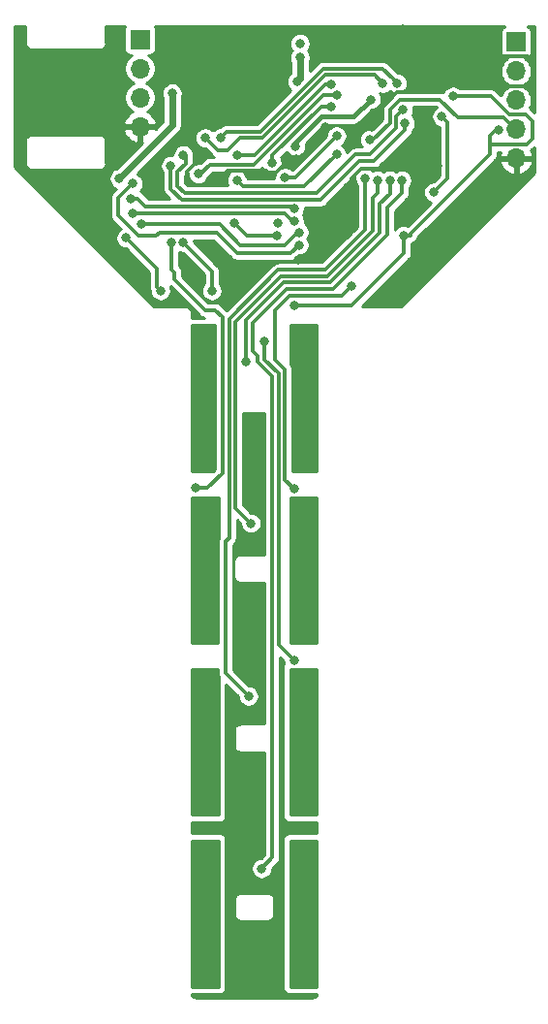
<source format=gbr>
G04 #@! TF.GenerationSoftware,KiCad,Pcbnew,(5.1.9)-1*
G04 #@! TF.CreationDate,2021-06-08T15:39:03+02:00*
G04 #@! TF.ProjectId,TempSpike,54656d70-5370-4696-9b65-2e6b69636164,rev?*
G04 #@! TF.SameCoordinates,Original*
G04 #@! TF.FileFunction,Copper,L2,Bot*
G04 #@! TF.FilePolarity,Positive*
%FSLAX46Y46*%
G04 Gerber Fmt 4.6, Leading zero omitted, Abs format (unit mm)*
G04 Created by KiCad (PCBNEW (5.1.9)-1) date 2021-06-08 15:39:03*
%MOMM*%
%LPD*%
G01*
G04 APERTURE LIST*
G04 #@! TA.AperFunction,ComponentPad*
%ADD10R,1.700000X1.700000*%
G04 #@! TD*
G04 #@! TA.AperFunction,ComponentPad*
%ADD11O,1.700000X1.700000*%
G04 #@! TD*
G04 #@! TA.AperFunction,ViaPad*
%ADD12C,0.800000*%
G04 #@! TD*
G04 #@! TA.AperFunction,Conductor*
%ADD13C,0.300000*%
G04 #@! TD*
G04 #@! TA.AperFunction,Conductor*
%ADD14C,0.350000*%
G04 #@! TD*
G04 #@! TA.AperFunction,Conductor*
%ADD15C,0.400000*%
G04 #@! TD*
G04 #@! TA.AperFunction,Conductor*
%ADD16C,0.600000*%
G04 #@! TD*
G04 #@! TA.AperFunction,Conductor*
%ADD17C,0.254000*%
G04 #@! TD*
G04 #@! TA.AperFunction,Conductor*
%ADD18C,0.100000*%
G04 #@! TD*
G04 APERTURE END LIST*
D10*
X143002000Y-42156000D03*
D11*
X143002000Y-44696000D03*
X143002000Y-47236000D03*
X143002000Y-49776000D03*
D10*
X175895000Y-42394000D03*
D11*
X175895000Y-44934000D03*
X175895000Y-47474000D03*
X175895000Y-50014000D03*
X175895000Y-52554000D03*
D12*
X162000000Y-43400000D03*
X152300000Y-110600000D03*
X152300000Y-109100000D03*
X152500000Y-124500000D03*
X152500000Y-123000000D03*
X152500000Y-80900000D03*
X152500000Y-79400000D03*
X152900000Y-77989000D03*
X152400000Y-93400000D03*
X152400000Y-94900000D03*
X153150000Y-48050000D03*
X169000000Y-41500000D03*
X166000000Y-41250000D03*
X172000000Y-44750000D03*
X154500000Y-42250000D03*
X147500000Y-42250000D03*
X148325000Y-51925000D03*
X160000000Y-59200000D03*
X166899990Y-57000000D03*
X163300000Y-49800000D03*
X156700000Y-52600000D03*
X159230000Y-49799990D03*
X158200000Y-42900000D03*
X161125000Y-55050000D03*
X152500000Y-121800000D03*
X151600000Y-63600000D03*
X147200000Y-62300000D03*
X148200000Y-63300000D03*
X139000000Y-58000000D03*
X156825000Y-61450000D03*
X153800000Y-62000000D03*
X143300000Y-63000000D03*
X164100000Y-64800000D03*
X165400000Y-64800000D03*
X169000000Y-53200000D03*
X168400000Y-54300000D03*
X165500000Y-43900000D03*
X159900000Y-57200000D03*
X177150000Y-46250000D03*
X177200000Y-43900000D03*
X174250000Y-45250000D03*
X173500000Y-41350000D03*
X171900000Y-41350000D03*
X170450000Y-41350000D03*
X154350000Y-48000000D03*
X142400000Y-62000000D03*
X137500000Y-58000000D03*
X137500000Y-55000000D03*
X134500000Y-55000000D03*
X173500000Y-54000000D03*
X172000000Y-55500000D03*
X173500000Y-55500000D03*
X172000000Y-57000000D03*
X150975000Y-62325000D03*
X170375000Y-47125000D03*
X174340310Y-50044763D03*
X166059302Y-59281387D03*
X156600000Y-51500000D03*
X163199990Y-47400010D03*
X156500000Y-65400000D03*
X151250000Y-58175021D03*
X145816727Y-46850000D03*
X157000000Y-42521008D03*
X156999984Y-43750000D03*
X155000000Y-59274990D03*
X141200000Y-54300000D03*
X156738014Y-45852771D03*
X169400000Y-48900000D03*
X168700000Y-55500000D03*
X163100000Y-50900000D03*
X148000000Y-102000000D03*
X148000000Y-100500000D03*
X148000000Y-99000000D03*
X148000000Y-97500000D03*
X148000000Y-103500000D03*
X149300000Y-64100000D03*
X148000000Y-109500000D03*
X148000000Y-108000000D03*
X148000000Y-106500000D03*
X148000000Y-105000000D03*
X146775000Y-59875000D03*
X148000000Y-117000000D03*
X148000000Y-118500000D03*
X148000000Y-124500000D03*
X148000000Y-123000000D03*
X148000000Y-121500000D03*
X148000000Y-120000000D03*
X148000000Y-115500000D03*
X148000000Y-114000000D03*
X148000000Y-112500000D03*
X158000000Y-88500000D03*
X156500000Y-81400000D03*
X143100000Y-58275002D03*
X161500000Y-63700000D03*
X156900000Y-59000000D03*
X158000000Y-94500000D03*
X158000000Y-93000000D03*
X158000000Y-91500000D03*
X158000000Y-90000000D03*
X158000000Y-87000000D03*
X158000000Y-85500000D03*
X158000000Y-84000000D03*
X158000000Y-82500000D03*
X148000000Y-82500000D03*
X148000000Y-88500000D03*
X147892000Y-81300000D03*
X148000000Y-94500000D03*
X148000000Y-93000000D03*
X148000000Y-91500000D03*
X148000000Y-90000000D03*
X148000000Y-87000000D03*
X148000000Y-85500000D03*
X148000000Y-84000000D03*
X145725000Y-59850000D03*
X158000000Y-117000000D03*
X158000000Y-118500000D03*
X156500000Y-58000034D03*
X158000000Y-124500000D03*
X158000000Y-123000000D03*
X158000000Y-121500000D03*
X158000000Y-120000000D03*
X158000000Y-115500000D03*
X158000000Y-114000000D03*
X158000000Y-112500000D03*
X142325010Y-57329173D03*
X158000000Y-103500000D03*
X156500000Y-96400000D03*
X153875000Y-68500000D03*
X158000000Y-109500000D03*
X158000000Y-108000000D03*
X158000000Y-106500000D03*
X158000000Y-105000000D03*
X158000000Y-102000000D03*
X158000000Y-100500000D03*
X158000000Y-99000000D03*
X158000000Y-97500000D03*
X158000000Y-73500000D03*
X156900000Y-60100000D03*
X158000000Y-79500000D03*
X158000000Y-78000000D03*
X158000000Y-76500000D03*
X158000000Y-75000000D03*
X158000000Y-72000000D03*
X158000000Y-70500000D03*
X158000000Y-69000000D03*
X158000000Y-67500000D03*
X142382416Y-54750010D03*
X148000000Y-73500000D03*
X141800000Y-59500000D03*
X156500000Y-56950021D03*
X144800000Y-64100000D03*
X148000000Y-67500000D03*
X148000000Y-69000000D03*
X148000000Y-70500000D03*
X148000000Y-72000000D03*
X148000000Y-75000000D03*
X148000000Y-76500000D03*
X148000000Y-78000000D03*
X148000000Y-79500000D03*
X142229804Y-56069363D03*
X159750000Y-46050000D03*
X151500000Y-52250000D03*
X146800000Y-52250000D03*
X166000000Y-48317068D03*
X159727624Y-48022376D03*
X154550000Y-52950000D03*
X166200000Y-49500000D03*
X145695001Y-53195001D03*
X160200000Y-50600000D03*
X155690423Y-54219320D03*
X160250000Y-47000000D03*
X148100000Y-53900000D03*
X155034977Y-58175021D03*
X160200000Y-52200000D03*
X151484984Y-54465000D03*
X152500000Y-99500000D03*
X162700000Y-54274998D03*
X163800000Y-54450000D03*
X152700000Y-84400000D03*
X164850003Y-54450000D03*
X152300000Y-70300000D03*
X165900006Y-54450000D03*
X153650000Y-114550000D03*
X165500000Y-46000000D03*
X150038697Y-50761309D03*
X164250000Y-46000000D03*
X148711361Y-50749568D03*
D13*
X161450000Y-59250000D02*
X161200000Y-59500000D01*
X160020002Y-59250000D02*
X160950000Y-59250000D01*
X166100000Y-46800000D02*
X166300000Y-46600000D01*
X165522170Y-46800000D02*
X166100000Y-46800000D01*
X163300000Y-49022170D02*
X165522170Y-46800000D01*
X163300000Y-49800000D02*
X163300000Y-49022170D01*
X147150000Y-54134002D02*
X147300000Y-54284002D01*
X147150000Y-53665998D02*
X147150000Y-54134002D01*
X147865998Y-52950000D02*
X147150000Y-53665998D01*
X148100000Y-52950000D02*
X147865998Y-52950000D01*
X148325000Y-52725000D02*
X148100000Y-52950000D01*
X147300000Y-54284002D02*
X147300000Y-54400000D01*
X148325000Y-51925000D02*
X148325000Y-52725000D01*
X177123999Y-46223999D02*
X174676001Y-46223999D01*
X177150000Y-46250000D02*
X177123999Y-46223999D01*
X176950000Y-43650000D02*
X174250000Y-43650000D01*
X177200000Y-43900000D02*
X176950000Y-43650000D01*
X161524999Y-54265997D02*
X162365996Y-53425000D01*
X161524999Y-54650001D02*
X161524999Y-54265997D01*
X161125000Y-55050000D02*
X161524999Y-54650001D01*
X162365996Y-53425000D02*
X163600000Y-53425000D01*
X156700000Y-52600000D02*
X156084004Y-52600000D01*
X154080995Y-53664999D02*
X150635001Y-53664999D01*
X154165998Y-53750002D02*
X154080995Y-53664999D01*
X154934002Y-53750002D02*
X154165998Y-53750002D01*
X150635001Y-53664999D02*
X149600000Y-54700000D01*
X156084004Y-52600000D02*
X154934002Y-53750002D01*
X176800000Y-51300000D02*
X173600000Y-51300000D01*
X177300000Y-50800000D02*
X176800000Y-51300000D01*
X175294999Y-48724001D02*
X176724001Y-48724001D01*
X176724001Y-48724001D02*
X177300000Y-49300000D01*
X174644999Y-48074001D02*
X175294999Y-48724001D01*
X174644999Y-48067169D02*
X174644999Y-48074001D01*
X177300000Y-49300000D02*
X177300000Y-50800000D01*
X173702830Y-47125000D02*
X174644999Y-48067169D01*
X170375000Y-47125000D02*
X173702830Y-47125000D01*
X173600000Y-51300000D02*
X173600000Y-50600000D01*
X174155237Y-50044763D02*
X174340310Y-50044763D01*
X173600000Y-50600000D02*
X174155237Y-50044763D01*
X166624987Y-59281387D02*
X166059302Y-59281387D01*
D14*
X161500000Y-65400000D02*
X156500000Y-65400000D01*
X165559302Y-61340698D02*
X161500000Y-65400000D01*
D13*
X166518613Y-59281387D02*
X166124987Y-59281387D01*
X173600000Y-52200000D02*
X166518613Y-59281387D01*
X173600000Y-51300000D02*
X173600000Y-52200000D01*
D14*
X166059302Y-60840698D02*
X165575000Y-61325000D01*
X166059302Y-59281387D02*
X166059302Y-60840698D01*
D15*
X158861751Y-48900000D02*
X161700000Y-48900000D01*
X156600000Y-51161751D02*
X158861751Y-48900000D01*
X161700000Y-48900000D02*
X163199990Y-47400010D01*
X156600000Y-51500000D02*
X156600000Y-51161751D01*
D13*
X151250000Y-58175021D02*
X152349969Y-59274990D01*
X152349969Y-59274990D02*
X155000000Y-59274990D01*
D16*
X145816727Y-46850000D02*
X145816727Y-49683273D01*
X145816727Y-49683273D02*
X141200000Y-54300000D01*
X156999984Y-45590801D02*
X156738014Y-45852771D01*
X156999984Y-43750000D02*
X156999984Y-45590801D01*
D13*
X169900000Y-54300000D02*
X168700000Y-55500000D01*
X169900000Y-49400000D02*
X169900000Y-54300000D01*
X169400000Y-48900000D02*
X169900000Y-49400000D01*
D14*
X175659000Y-50250000D02*
X175895000Y-50014000D01*
D13*
X169200000Y-47400000D02*
X170800000Y-49000000D01*
X174793165Y-49000000D02*
X175893165Y-50100000D01*
X163400000Y-50900000D02*
X164849989Y-49450011D01*
X164849989Y-49450011D02*
X164849989Y-48250011D01*
X163100000Y-50900000D02*
X163400000Y-50900000D01*
X175893165Y-50100000D02*
X175900000Y-50100000D01*
X164849989Y-48250011D02*
X165700000Y-47400000D01*
X170800000Y-49000000D02*
X174793165Y-49000000D01*
X165700000Y-47400000D02*
X169200000Y-47400000D01*
X149300000Y-62400000D02*
X146775000Y-59875000D01*
X149300000Y-64100000D02*
X149300000Y-62400000D01*
D14*
X155678998Y-60100000D02*
X156778998Y-59000000D01*
X156778998Y-59000000D02*
X156900000Y-59000000D01*
X151800000Y-60100000D02*
X155678998Y-60100000D01*
X143100000Y-58275002D02*
X149975002Y-58275002D01*
X149975002Y-58275002D02*
X151800000Y-60100000D01*
D13*
X155700000Y-80600000D02*
X156500000Y-81400000D01*
X155700000Y-71000000D02*
X155700000Y-80600000D01*
X154800000Y-70100000D02*
X155700000Y-71000000D01*
X154800000Y-66700000D02*
X154800000Y-70100000D01*
D14*
X154800000Y-66700000D02*
X154800000Y-65791020D01*
X154800000Y-65791020D02*
X156065976Y-64525044D01*
X156065976Y-64525044D02*
X160674956Y-64525044D01*
X160674956Y-64525044D02*
X161500000Y-63700000D01*
X147892000Y-81300000D02*
X148000000Y-81300000D01*
D13*
X149600000Y-65800000D02*
X148700000Y-65800000D01*
X146000000Y-63100000D02*
X146000000Y-62500000D01*
X150200000Y-80000000D02*
X150200000Y-66400000D01*
X148700000Y-65800000D02*
X146000000Y-63100000D01*
X148900000Y-81300000D02*
X150200000Y-80000000D01*
X150200000Y-66400000D02*
X149600000Y-65800000D01*
X147892000Y-81300000D02*
X148900000Y-81300000D01*
D14*
X145725000Y-62225000D02*
X145725000Y-59850000D01*
X146000000Y-62500000D02*
X145725000Y-62225000D01*
X155678986Y-57350011D02*
X142345848Y-57350011D01*
X142345848Y-57350011D02*
X142325010Y-57329173D01*
X156500000Y-58000034D02*
X156329009Y-58000034D01*
X156329009Y-58000034D02*
X155678986Y-57350011D01*
D13*
X153900000Y-68500000D02*
X154000000Y-68600000D01*
X153875000Y-68500000D02*
X153900000Y-68500000D01*
X153900000Y-68525000D02*
X153875000Y-68500000D01*
X153900000Y-70100000D02*
X153900000Y-68525000D01*
X155149989Y-71349989D02*
X153900000Y-70100000D01*
X155149989Y-95049989D02*
X155149989Y-71349989D01*
X156500000Y-96400000D02*
X155149989Y-95049989D01*
D14*
X144400000Y-59300000D02*
X142900000Y-59300000D01*
X142900000Y-59300000D02*
X141100001Y-57500001D01*
X151499999Y-60799999D02*
X149700000Y-59000000D01*
X156200001Y-60799999D02*
X151499999Y-60799999D01*
X144700000Y-59000000D02*
X144400000Y-59300000D01*
X141100001Y-57500001D02*
X141100001Y-56032425D01*
X149700000Y-59000000D02*
X144700000Y-59000000D01*
X156900000Y-60100000D02*
X156200001Y-60799999D01*
X141100001Y-56032425D02*
X142382416Y-54750010D01*
X141800000Y-59500000D02*
X144500000Y-62200000D01*
D13*
X144500000Y-62200000D02*
X144500000Y-63800000D01*
X144500000Y-63800000D02*
X144800000Y-64100000D01*
D14*
X143476126Y-56750000D02*
X142795489Y-56069363D01*
X156299979Y-56750000D02*
X143476126Y-56750000D01*
X156500000Y-56950021D02*
X156299979Y-56750000D01*
X142795489Y-56069363D02*
X142229804Y-56069363D01*
D13*
X159247788Y-46050000D02*
X153047788Y-52250000D01*
X153047788Y-52250000D02*
X151500000Y-52250000D01*
X159750000Y-46050000D02*
X159247788Y-46050000D01*
X147000000Y-53038166D02*
X147000000Y-52250000D01*
X146900000Y-55600000D02*
X146300000Y-55000000D01*
X158450000Y-55600000D02*
X146900000Y-55600000D01*
X146300000Y-53738166D02*
X147000000Y-53038166D01*
X161825000Y-52225000D02*
X158450000Y-55600000D01*
X146300000Y-55000000D02*
X146300000Y-53738166D01*
X163075000Y-52225000D02*
X161825000Y-52225000D01*
X165399999Y-49900001D02*
X163075000Y-52225000D01*
X165399999Y-48917069D02*
X165399999Y-49900001D01*
X166000000Y-48317068D02*
X165399999Y-48917069D01*
X154550000Y-52309315D02*
X154550000Y-52950000D01*
X158836939Y-48022376D02*
X154550000Y-52309315D01*
X159727624Y-48022376D02*
X158836939Y-48022376D01*
X166200000Y-50065685D02*
X166200000Y-49500000D01*
X162174990Y-52775010D02*
X163490676Y-52775010D01*
X158799989Y-56150011D02*
X162174990Y-52775010D01*
X145700000Y-55200000D02*
X146650011Y-56150011D01*
X163490676Y-52775010D02*
X166200000Y-50065685D01*
X146650011Y-56150011D02*
X158799989Y-56150011D01*
X145700000Y-53390002D02*
X145700000Y-55200000D01*
X145895001Y-53195001D02*
X145700000Y-53390002D01*
D14*
X160091623Y-50600000D02*
X160200000Y-50600000D01*
D13*
X160200000Y-50600000D02*
X156580680Y-54219320D01*
X156580680Y-54219320D02*
X155690423Y-54219320D01*
X149100000Y-53100000D02*
X148300000Y-53900000D01*
X152975621Y-53100000D02*
X149100000Y-53100000D01*
X159075621Y-47000000D02*
X152975621Y-53100000D01*
X160250000Y-47000000D02*
X159075621Y-47000000D01*
D14*
X160200000Y-52047858D02*
X160200000Y-52200000D01*
D13*
X157380679Y-55019321D02*
X160200000Y-52200000D01*
X152039305Y-55019321D02*
X157380679Y-55019321D01*
X151484984Y-54465000D02*
X152039305Y-55019321D01*
X159177830Y-62300000D02*
X162700000Y-58777830D01*
X155100000Y-62300000D02*
X159177830Y-62300000D01*
X150795480Y-66604520D02*
X155100000Y-62300000D01*
X150795480Y-85704520D02*
X150795480Y-66604520D01*
X150500000Y-97500000D02*
X150500000Y-86000000D01*
X150500000Y-86000000D02*
X150795480Y-85704520D01*
X152500000Y-99500000D02*
X150500000Y-97500000D01*
X162700000Y-58227830D02*
X162700000Y-54274998D01*
X162700000Y-58777830D02*
X162700000Y-58227830D01*
X151345491Y-83045491D02*
X152700000Y-84400000D01*
X151345491Y-66854509D02*
X151345491Y-83045491D01*
X159405652Y-62850011D02*
X155349989Y-62850011D01*
X155349989Y-62850011D02*
X151345491Y-66854509D01*
X163365685Y-58889975D02*
X159405652Y-62850011D01*
X163365685Y-56000000D02*
X163365685Y-58889975D01*
X163800000Y-55565685D02*
X163365685Y-56000000D01*
X163800000Y-54450000D02*
X163800000Y-55565685D01*
X152300000Y-66700000D02*
X152300000Y-70300000D01*
X155599978Y-63400022D02*
X152300000Y-66700000D01*
X159633468Y-63400022D02*
X155599978Y-63400022D01*
X163965703Y-59067787D02*
X159633468Y-63400022D01*
X163965703Y-56500000D02*
X163965703Y-59067787D01*
X164850003Y-55615700D02*
X163965703Y-56500000D01*
X164850003Y-54450000D02*
X164850003Y-55615700D01*
X154599978Y-113600022D02*
X153650000Y-114550000D01*
X152900000Y-69400000D02*
X153300000Y-69800000D01*
X154599978Y-71599978D02*
X154599978Y-113600022D01*
X152900000Y-66877832D02*
X152900000Y-69400000D01*
X153300000Y-69800000D02*
X153300000Y-70300000D01*
X155827799Y-63950033D02*
X152900000Y-66877832D01*
X164600000Y-59211320D02*
X159861287Y-63950033D01*
X153300000Y-70300000D02*
X154599978Y-71599978D01*
X164600000Y-56865691D02*
X164600000Y-59211320D01*
X165900006Y-55565685D02*
X164600000Y-56865691D01*
X159861287Y-63950033D02*
X155827799Y-63950033D01*
X165900006Y-54450000D02*
X165900006Y-55565685D01*
X159022181Y-44699989D02*
X159022179Y-44699991D01*
X165100001Y-45600001D02*
X165500000Y-46000000D01*
X159022181Y-44699989D02*
X164199989Y-44699989D01*
X164199989Y-44699989D02*
X165100001Y-45600001D01*
X150600016Y-50199990D02*
X150038697Y-50761309D01*
X159022181Y-44699989D02*
X153522180Y-50199990D01*
X153522180Y-50199990D02*
X150600016Y-50199990D01*
X149811793Y-51850000D02*
X148711361Y-50749568D01*
X150650000Y-51850000D02*
X149811793Y-51850000D01*
X151749999Y-50750001D02*
X150650000Y-51850000D01*
X153750002Y-50750001D02*
X151749999Y-50750001D01*
X159250003Y-45249999D02*
X153750002Y-50750001D01*
X163499999Y-45249999D02*
X159250003Y-45249999D01*
X164250000Y-46000000D02*
X163499999Y-45249999D01*
D17*
X153922978Y-87123000D02*
X151776378Y-87123000D01*
X151750000Y-87120402D01*
X151723622Y-87123000D01*
X151644730Y-87130770D01*
X151543505Y-87161476D01*
X151450215Y-87211341D01*
X151368447Y-87278447D01*
X151301341Y-87360215D01*
X151251476Y-87453505D01*
X151220770Y-87554730D01*
X151210402Y-87660000D01*
X151213001Y-87686388D01*
X151213000Y-89033621D01*
X151210402Y-89060000D01*
X151220770Y-89165270D01*
X151251476Y-89266495D01*
X151258669Y-89279952D01*
X151301341Y-89359785D01*
X151368447Y-89441553D01*
X151450215Y-89508659D01*
X151543505Y-89558524D01*
X151644730Y-89589230D01*
X151750000Y-89599598D01*
X151776378Y-89597000D01*
X153922978Y-89597000D01*
X153922979Y-101923000D01*
X151786378Y-101923000D01*
X151760000Y-101920402D01*
X151733622Y-101923000D01*
X151654730Y-101930770D01*
X151553505Y-101961476D01*
X151460215Y-102011341D01*
X151378447Y-102078447D01*
X151311341Y-102160215D01*
X151261476Y-102253505D01*
X151230770Y-102354730D01*
X151220402Y-102460000D01*
X151223001Y-102486388D01*
X151223000Y-103833621D01*
X151220402Y-103860000D01*
X151230770Y-103965270D01*
X151261476Y-104066495D01*
X151274536Y-104090928D01*
X151311341Y-104159785D01*
X151378447Y-104241553D01*
X151460215Y-104308659D01*
X151553505Y-104358524D01*
X151654730Y-104389230D01*
X151760000Y-104399598D01*
X151786378Y-104397000D01*
X153922979Y-104397000D01*
X153922979Y-113319598D01*
X153619578Y-113623000D01*
X153558699Y-113623000D01*
X153379604Y-113658624D01*
X153210901Y-113728504D01*
X153059072Y-113829952D01*
X152929952Y-113959072D01*
X152828504Y-114110901D01*
X152758624Y-114279604D01*
X152723000Y-114458699D01*
X152723000Y-114641301D01*
X152758624Y-114820396D01*
X152828504Y-114989099D01*
X152929952Y-115140928D01*
X153059072Y-115270048D01*
X153210901Y-115371496D01*
X153379604Y-115441376D01*
X153558699Y-115477000D01*
X153741301Y-115477000D01*
X153920396Y-115441376D01*
X154089099Y-115371496D01*
X154240928Y-115270048D01*
X154370048Y-115140928D01*
X154471496Y-114989099D01*
X154541376Y-114820396D01*
X154577000Y-114641301D01*
X154577000Y-114580422D01*
X155055179Y-114102244D01*
X155081005Y-114081049D01*
X155165606Y-113977963D01*
X155228470Y-113860352D01*
X155267182Y-113732737D01*
X155276978Y-113633274D01*
X155280253Y-113600022D01*
X155276978Y-113566770D01*
X155276978Y-96134400D01*
X155573000Y-96430423D01*
X155573000Y-96491301D01*
X155605387Y-96654123D01*
X155561816Y-96707214D01*
X155513115Y-96798326D01*
X155483126Y-96897187D01*
X155473000Y-97000000D01*
X155473000Y-110000000D01*
X155483126Y-110102813D01*
X155513115Y-110201674D01*
X155561816Y-110292786D01*
X155627355Y-110372645D01*
X155707214Y-110438184D01*
X155798326Y-110486885D01*
X155897187Y-110516874D01*
X156000000Y-110527000D01*
X158463000Y-110527000D01*
X158463000Y-111473000D01*
X156000000Y-111473000D01*
X155897187Y-111483126D01*
X155798326Y-111513115D01*
X155707214Y-111561816D01*
X155627355Y-111627355D01*
X155561816Y-111707214D01*
X155513115Y-111798326D01*
X155483126Y-111897187D01*
X155473000Y-112000000D01*
X155473000Y-125000000D01*
X155483126Y-125102813D01*
X155513115Y-125201674D01*
X155561816Y-125292786D01*
X155627355Y-125372645D01*
X155707214Y-125438184D01*
X155798326Y-125486885D01*
X155897187Y-125516874D01*
X156000000Y-125527000D01*
X158463000Y-125527000D01*
X158463000Y-125668116D01*
X158053232Y-125873000D01*
X147946768Y-125873000D01*
X147537000Y-125668116D01*
X147537000Y-125527000D01*
X150000000Y-125527000D01*
X150102813Y-125516874D01*
X150201674Y-125486885D01*
X150292786Y-125438184D01*
X150372645Y-125372645D01*
X150438184Y-125292786D01*
X150486885Y-125201674D01*
X150516874Y-125102813D01*
X150527000Y-125000000D01*
X150527000Y-117200000D01*
X151260402Y-117200000D01*
X151263001Y-117226388D01*
X151263000Y-118573621D01*
X151260402Y-118600000D01*
X151270770Y-118705270D01*
X151301476Y-118806495D01*
X151351341Y-118899785D01*
X151418447Y-118981553D01*
X151500215Y-119048659D01*
X151593505Y-119098524D01*
X151694730Y-119129230D01*
X151800000Y-119139598D01*
X151826378Y-119137000D01*
X154173622Y-119137000D01*
X154200000Y-119139598D01*
X154226378Y-119137000D01*
X154305270Y-119129230D01*
X154406495Y-119098524D01*
X154499785Y-119048659D01*
X154581553Y-118981553D01*
X154648659Y-118899785D01*
X154698524Y-118806495D01*
X154729230Y-118705270D01*
X154739598Y-118600000D01*
X154737000Y-118573622D01*
X154737000Y-117226378D01*
X154739598Y-117200000D01*
X154729230Y-117094730D01*
X154698524Y-116993505D01*
X154648659Y-116900215D01*
X154581553Y-116818447D01*
X154499785Y-116751341D01*
X154406495Y-116701476D01*
X154305270Y-116670770D01*
X154226378Y-116663000D01*
X154200000Y-116660402D01*
X154173622Y-116663000D01*
X151826378Y-116663000D01*
X151800000Y-116660402D01*
X151773622Y-116663000D01*
X151694730Y-116670770D01*
X151593505Y-116701476D01*
X151500215Y-116751341D01*
X151418447Y-116818447D01*
X151351341Y-116900215D01*
X151301476Y-116993505D01*
X151270770Y-117094730D01*
X151260402Y-117200000D01*
X150527000Y-117200000D01*
X150527000Y-112000000D01*
X150516874Y-111897187D01*
X150486885Y-111798326D01*
X150438184Y-111707214D01*
X150372645Y-111627355D01*
X150292786Y-111561816D01*
X150201674Y-111513115D01*
X150102813Y-111483126D01*
X150000000Y-111473000D01*
X147537000Y-111473000D01*
X147537000Y-110527000D01*
X150000000Y-110527000D01*
X150102813Y-110516874D01*
X150201674Y-110486885D01*
X150292786Y-110438184D01*
X150372645Y-110372645D01*
X150438184Y-110292786D01*
X150486885Y-110201674D01*
X150516874Y-110102813D01*
X150527000Y-110000000D01*
X150527000Y-98484422D01*
X151573000Y-99530422D01*
X151573000Y-99591301D01*
X151608624Y-99770396D01*
X151678504Y-99939099D01*
X151779952Y-100090928D01*
X151909072Y-100220048D01*
X152060901Y-100321496D01*
X152229604Y-100391376D01*
X152408699Y-100427000D01*
X152591301Y-100427000D01*
X152770396Y-100391376D01*
X152939099Y-100321496D01*
X153090928Y-100220048D01*
X153220048Y-100090928D01*
X153321496Y-99939099D01*
X153391376Y-99770396D01*
X153427000Y-99591301D01*
X153427000Y-99408699D01*
X153391376Y-99229604D01*
X153321496Y-99060901D01*
X153220048Y-98909072D01*
X153090928Y-98779952D01*
X152939099Y-98678504D01*
X152770396Y-98608624D01*
X152591301Y-98573000D01*
X152530422Y-98573000D01*
X151177000Y-97219578D01*
X151177000Y-86280422D01*
X151250680Y-86206742D01*
X151276506Y-86185547D01*
X151361108Y-86082461D01*
X151423972Y-85964850D01*
X151462684Y-85837235D01*
X151472480Y-85737772D01*
X151472480Y-85737771D01*
X151475755Y-85704520D01*
X151472480Y-85671268D01*
X151472480Y-84129902D01*
X151773000Y-84430423D01*
X151773000Y-84491301D01*
X151808624Y-84670396D01*
X151878504Y-84839099D01*
X151979952Y-84990928D01*
X152109072Y-85120048D01*
X152260901Y-85221496D01*
X152429604Y-85291376D01*
X152608699Y-85327000D01*
X152791301Y-85327000D01*
X152970396Y-85291376D01*
X153139099Y-85221496D01*
X153290928Y-85120048D01*
X153420048Y-84990928D01*
X153521496Y-84839099D01*
X153591376Y-84670396D01*
X153627000Y-84491301D01*
X153627000Y-84308699D01*
X153591376Y-84129604D01*
X153521496Y-83960901D01*
X153420048Y-83809072D01*
X153290928Y-83679952D01*
X153139099Y-83578504D01*
X152970396Y-83508624D01*
X152791301Y-83473000D01*
X152730423Y-83473000D01*
X152022491Y-82765069D01*
X152022491Y-74797000D01*
X153922978Y-74797000D01*
X153922978Y-87123000D01*
G04 #@! TA.AperFunction,Conductor*
D18*
G36*
X153922978Y-87123000D02*
G01*
X151776378Y-87123000D01*
X151750000Y-87120402D01*
X151723622Y-87123000D01*
X151644730Y-87130770D01*
X151543505Y-87161476D01*
X151450215Y-87211341D01*
X151368447Y-87278447D01*
X151301341Y-87360215D01*
X151251476Y-87453505D01*
X151220770Y-87554730D01*
X151210402Y-87660000D01*
X151213001Y-87686388D01*
X151213000Y-89033621D01*
X151210402Y-89060000D01*
X151220770Y-89165270D01*
X151251476Y-89266495D01*
X151258669Y-89279952D01*
X151301341Y-89359785D01*
X151368447Y-89441553D01*
X151450215Y-89508659D01*
X151543505Y-89558524D01*
X151644730Y-89589230D01*
X151750000Y-89599598D01*
X151776378Y-89597000D01*
X153922978Y-89597000D01*
X153922979Y-101923000D01*
X151786378Y-101923000D01*
X151760000Y-101920402D01*
X151733622Y-101923000D01*
X151654730Y-101930770D01*
X151553505Y-101961476D01*
X151460215Y-102011341D01*
X151378447Y-102078447D01*
X151311341Y-102160215D01*
X151261476Y-102253505D01*
X151230770Y-102354730D01*
X151220402Y-102460000D01*
X151223001Y-102486388D01*
X151223000Y-103833621D01*
X151220402Y-103860000D01*
X151230770Y-103965270D01*
X151261476Y-104066495D01*
X151274536Y-104090928D01*
X151311341Y-104159785D01*
X151378447Y-104241553D01*
X151460215Y-104308659D01*
X151553505Y-104358524D01*
X151654730Y-104389230D01*
X151760000Y-104399598D01*
X151786378Y-104397000D01*
X153922979Y-104397000D01*
X153922979Y-113319598D01*
X153619578Y-113623000D01*
X153558699Y-113623000D01*
X153379604Y-113658624D01*
X153210901Y-113728504D01*
X153059072Y-113829952D01*
X152929952Y-113959072D01*
X152828504Y-114110901D01*
X152758624Y-114279604D01*
X152723000Y-114458699D01*
X152723000Y-114641301D01*
X152758624Y-114820396D01*
X152828504Y-114989099D01*
X152929952Y-115140928D01*
X153059072Y-115270048D01*
X153210901Y-115371496D01*
X153379604Y-115441376D01*
X153558699Y-115477000D01*
X153741301Y-115477000D01*
X153920396Y-115441376D01*
X154089099Y-115371496D01*
X154240928Y-115270048D01*
X154370048Y-115140928D01*
X154471496Y-114989099D01*
X154541376Y-114820396D01*
X154577000Y-114641301D01*
X154577000Y-114580422D01*
X155055179Y-114102244D01*
X155081005Y-114081049D01*
X155165606Y-113977963D01*
X155228470Y-113860352D01*
X155267182Y-113732737D01*
X155276978Y-113633274D01*
X155280253Y-113600022D01*
X155276978Y-113566770D01*
X155276978Y-96134400D01*
X155573000Y-96430423D01*
X155573000Y-96491301D01*
X155605387Y-96654123D01*
X155561816Y-96707214D01*
X155513115Y-96798326D01*
X155483126Y-96897187D01*
X155473000Y-97000000D01*
X155473000Y-110000000D01*
X155483126Y-110102813D01*
X155513115Y-110201674D01*
X155561816Y-110292786D01*
X155627355Y-110372645D01*
X155707214Y-110438184D01*
X155798326Y-110486885D01*
X155897187Y-110516874D01*
X156000000Y-110527000D01*
X158463000Y-110527000D01*
X158463000Y-111473000D01*
X156000000Y-111473000D01*
X155897187Y-111483126D01*
X155798326Y-111513115D01*
X155707214Y-111561816D01*
X155627355Y-111627355D01*
X155561816Y-111707214D01*
X155513115Y-111798326D01*
X155483126Y-111897187D01*
X155473000Y-112000000D01*
X155473000Y-125000000D01*
X155483126Y-125102813D01*
X155513115Y-125201674D01*
X155561816Y-125292786D01*
X155627355Y-125372645D01*
X155707214Y-125438184D01*
X155798326Y-125486885D01*
X155897187Y-125516874D01*
X156000000Y-125527000D01*
X158463000Y-125527000D01*
X158463000Y-125668116D01*
X158053232Y-125873000D01*
X147946768Y-125873000D01*
X147537000Y-125668116D01*
X147537000Y-125527000D01*
X150000000Y-125527000D01*
X150102813Y-125516874D01*
X150201674Y-125486885D01*
X150292786Y-125438184D01*
X150372645Y-125372645D01*
X150438184Y-125292786D01*
X150486885Y-125201674D01*
X150516874Y-125102813D01*
X150527000Y-125000000D01*
X150527000Y-117200000D01*
X151260402Y-117200000D01*
X151263001Y-117226388D01*
X151263000Y-118573621D01*
X151260402Y-118600000D01*
X151270770Y-118705270D01*
X151301476Y-118806495D01*
X151351341Y-118899785D01*
X151418447Y-118981553D01*
X151500215Y-119048659D01*
X151593505Y-119098524D01*
X151694730Y-119129230D01*
X151800000Y-119139598D01*
X151826378Y-119137000D01*
X154173622Y-119137000D01*
X154200000Y-119139598D01*
X154226378Y-119137000D01*
X154305270Y-119129230D01*
X154406495Y-119098524D01*
X154499785Y-119048659D01*
X154581553Y-118981553D01*
X154648659Y-118899785D01*
X154698524Y-118806495D01*
X154729230Y-118705270D01*
X154739598Y-118600000D01*
X154737000Y-118573622D01*
X154737000Y-117226378D01*
X154739598Y-117200000D01*
X154729230Y-117094730D01*
X154698524Y-116993505D01*
X154648659Y-116900215D01*
X154581553Y-116818447D01*
X154499785Y-116751341D01*
X154406495Y-116701476D01*
X154305270Y-116670770D01*
X154226378Y-116663000D01*
X154200000Y-116660402D01*
X154173622Y-116663000D01*
X151826378Y-116663000D01*
X151800000Y-116660402D01*
X151773622Y-116663000D01*
X151694730Y-116670770D01*
X151593505Y-116701476D01*
X151500215Y-116751341D01*
X151418447Y-116818447D01*
X151351341Y-116900215D01*
X151301476Y-116993505D01*
X151270770Y-117094730D01*
X151260402Y-117200000D01*
X150527000Y-117200000D01*
X150527000Y-112000000D01*
X150516874Y-111897187D01*
X150486885Y-111798326D01*
X150438184Y-111707214D01*
X150372645Y-111627355D01*
X150292786Y-111561816D01*
X150201674Y-111513115D01*
X150102813Y-111483126D01*
X150000000Y-111473000D01*
X147537000Y-111473000D01*
X147537000Y-110527000D01*
X150000000Y-110527000D01*
X150102813Y-110516874D01*
X150201674Y-110486885D01*
X150292786Y-110438184D01*
X150372645Y-110372645D01*
X150438184Y-110292786D01*
X150486885Y-110201674D01*
X150516874Y-110102813D01*
X150527000Y-110000000D01*
X150527000Y-98484422D01*
X151573000Y-99530422D01*
X151573000Y-99591301D01*
X151608624Y-99770396D01*
X151678504Y-99939099D01*
X151779952Y-100090928D01*
X151909072Y-100220048D01*
X152060901Y-100321496D01*
X152229604Y-100391376D01*
X152408699Y-100427000D01*
X152591301Y-100427000D01*
X152770396Y-100391376D01*
X152939099Y-100321496D01*
X153090928Y-100220048D01*
X153220048Y-100090928D01*
X153321496Y-99939099D01*
X153391376Y-99770396D01*
X153427000Y-99591301D01*
X153427000Y-99408699D01*
X153391376Y-99229604D01*
X153321496Y-99060901D01*
X153220048Y-98909072D01*
X153090928Y-98779952D01*
X152939099Y-98678504D01*
X152770396Y-98608624D01*
X152591301Y-98573000D01*
X152530422Y-98573000D01*
X151177000Y-97219578D01*
X151177000Y-86280422D01*
X151250680Y-86206742D01*
X151276506Y-86185547D01*
X151361108Y-86082461D01*
X151423972Y-85964850D01*
X151462684Y-85837235D01*
X151472480Y-85737772D01*
X151472480Y-85737771D01*
X151475755Y-85704520D01*
X151472480Y-85671268D01*
X151472480Y-84129902D01*
X151773000Y-84430423D01*
X151773000Y-84491301D01*
X151808624Y-84670396D01*
X151878504Y-84839099D01*
X151979952Y-84990928D01*
X152109072Y-85120048D01*
X152260901Y-85221496D01*
X152429604Y-85291376D01*
X152608699Y-85327000D01*
X152791301Y-85327000D01*
X152970396Y-85291376D01*
X153139099Y-85221496D01*
X153290928Y-85120048D01*
X153420048Y-84990928D01*
X153521496Y-84839099D01*
X153591376Y-84670396D01*
X153627000Y-84491301D01*
X153627000Y-84308699D01*
X153591376Y-84129604D01*
X153521496Y-83960901D01*
X153420048Y-83809072D01*
X153290928Y-83679952D01*
X153139099Y-83578504D01*
X152970396Y-83508624D01*
X152791301Y-83473000D01*
X152730423Y-83473000D01*
X152022491Y-82765069D01*
X152022491Y-74797000D01*
X153922978Y-74797000D01*
X153922978Y-87123000D01*
G37*
G04 #@! TD.AperFunction*
D17*
X132963001Y-42473612D02*
X132960402Y-42500000D01*
X132970770Y-42605270D01*
X133001476Y-42706495D01*
X133051341Y-42799785D01*
X133118447Y-42881553D01*
X133200215Y-42948659D01*
X133293505Y-42998524D01*
X133394730Y-43029230D01*
X133473622Y-43037000D01*
X133500000Y-43039598D01*
X133526378Y-43037000D01*
X139473622Y-43037000D01*
X139500000Y-43039598D01*
X139526378Y-43037000D01*
X139605270Y-43029230D01*
X139706495Y-42998524D01*
X139799785Y-42948659D01*
X139881553Y-42881553D01*
X139948659Y-42799785D01*
X139998524Y-42706495D01*
X140029230Y-42605270D01*
X140039598Y-42500000D01*
X140037000Y-42473622D01*
X140037000Y-41037000D01*
X141698225Y-41037000D01*
X141662761Y-41103350D01*
X141632626Y-41202690D01*
X141622451Y-41306000D01*
X141622451Y-43006000D01*
X141632626Y-43109310D01*
X141662761Y-43208650D01*
X141711696Y-43300202D01*
X141777552Y-43380448D01*
X141857798Y-43446304D01*
X141949350Y-43495239D01*
X142048690Y-43525374D01*
X142152000Y-43535549D01*
X142260202Y-43535549D01*
X142124213Y-43626414D01*
X141932414Y-43818213D01*
X141781718Y-44043746D01*
X141677917Y-44294344D01*
X141625000Y-44560377D01*
X141625000Y-44831623D01*
X141677917Y-45097656D01*
X141781718Y-45348254D01*
X141932414Y-45573787D01*
X142124213Y-45765586D01*
X142349746Y-45916282D01*
X142469776Y-45966000D01*
X142349746Y-46015718D01*
X142124213Y-46166414D01*
X141932414Y-46358213D01*
X141781718Y-46583746D01*
X141677917Y-46834344D01*
X141625000Y-47100377D01*
X141625000Y-47371623D01*
X141677917Y-47637656D01*
X141781718Y-47888254D01*
X141932414Y-48113787D01*
X142124213Y-48305586D01*
X142340308Y-48449975D01*
X142120645Y-48580822D01*
X141904412Y-48775731D01*
X141730359Y-49009080D01*
X141605175Y-49271901D01*
X141560524Y-49419110D01*
X141681845Y-49649000D01*
X142875000Y-49649000D01*
X142875000Y-49629000D01*
X143129000Y-49629000D01*
X143129000Y-49649000D01*
X144322155Y-49649000D01*
X144443476Y-49419110D01*
X144398825Y-49271901D01*
X144273641Y-49009080D01*
X144099588Y-48775731D01*
X143883355Y-48580822D01*
X143663692Y-48449975D01*
X143879787Y-48305586D01*
X144071586Y-48113787D01*
X144222282Y-47888254D01*
X144326083Y-47637656D01*
X144379000Y-47371623D01*
X144379000Y-47100377D01*
X144326083Y-46834344D01*
X144222282Y-46583746D01*
X144071586Y-46358213D01*
X143879787Y-46166414D01*
X143654254Y-46015718D01*
X143534224Y-45966000D01*
X143654254Y-45916282D01*
X143879787Y-45765586D01*
X144071586Y-45573787D01*
X144222282Y-45348254D01*
X144326083Y-45097656D01*
X144379000Y-44831623D01*
X144379000Y-44560377D01*
X144326083Y-44294344D01*
X144222282Y-44043746D01*
X144071586Y-43818213D01*
X143879787Y-43626414D01*
X143743798Y-43535549D01*
X143852000Y-43535549D01*
X143955310Y-43525374D01*
X144054650Y-43495239D01*
X144146202Y-43446304D01*
X144226448Y-43380448D01*
X144292304Y-43300202D01*
X144341239Y-43208650D01*
X144371374Y-43109310D01*
X144381549Y-43006000D01*
X144381549Y-41306000D01*
X144371374Y-41202690D01*
X144341239Y-41103350D01*
X144305775Y-41037000D01*
X174900899Y-41037000D01*
X174842350Y-41054761D01*
X174750798Y-41103696D01*
X174670552Y-41169552D01*
X174604696Y-41249798D01*
X174555761Y-41341350D01*
X174525626Y-41440690D01*
X174515451Y-41544000D01*
X174515451Y-43244000D01*
X174525626Y-43347310D01*
X174555761Y-43446650D01*
X174604696Y-43538202D01*
X174670552Y-43618448D01*
X174750798Y-43684304D01*
X174842350Y-43733239D01*
X174941690Y-43763374D01*
X175045000Y-43773549D01*
X175153202Y-43773549D01*
X175017213Y-43864414D01*
X174825414Y-44056213D01*
X174674718Y-44281746D01*
X174570917Y-44532344D01*
X174518000Y-44798377D01*
X174518000Y-45069623D01*
X174570917Y-45335656D01*
X174674718Y-45586254D01*
X174825414Y-45811787D01*
X175017213Y-46003586D01*
X175242746Y-46154282D01*
X175362776Y-46204000D01*
X175242746Y-46253718D01*
X175017213Y-46404414D01*
X174825414Y-46596213D01*
X174674718Y-46821746D01*
X174581660Y-47046408D01*
X174205056Y-46669804D01*
X174183857Y-46643973D01*
X174080771Y-46559372D01*
X173963160Y-46496508D01*
X173835545Y-46457796D01*
X173736082Y-46448000D01*
X173736075Y-46448000D01*
X173702830Y-46444726D01*
X173669585Y-46448000D01*
X171008976Y-46448000D01*
X170965928Y-46404952D01*
X170814099Y-46303504D01*
X170645396Y-46233624D01*
X170466301Y-46198000D01*
X170283699Y-46198000D01*
X170104604Y-46233624D01*
X169935901Y-46303504D01*
X169784072Y-46404952D01*
X169654952Y-46534072D01*
X169553504Y-46685901D01*
X169507582Y-46796765D01*
X169460330Y-46771508D01*
X169332715Y-46732796D01*
X169233252Y-46723000D01*
X169233245Y-46723000D01*
X169200000Y-46719726D01*
X169166755Y-46723000D01*
X166086510Y-46723000D01*
X166090928Y-46720048D01*
X166220048Y-46590928D01*
X166321496Y-46439099D01*
X166391376Y-46270396D01*
X166427000Y-46091301D01*
X166427000Y-45908699D01*
X166391376Y-45729604D01*
X166321496Y-45560901D01*
X166220048Y-45409072D01*
X166090928Y-45279952D01*
X165939099Y-45178504D01*
X165770396Y-45108624D01*
X165591301Y-45073000D01*
X165530422Y-45073000D01*
X164702215Y-44244793D01*
X164681016Y-44218962D01*
X164577930Y-44134361D01*
X164460319Y-44071497D01*
X164332704Y-44032785D01*
X164233241Y-44022989D01*
X164233234Y-44022989D01*
X164199989Y-44019715D01*
X164166744Y-44022989D01*
X159055433Y-44022989D01*
X159022181Y-44019714D01*
X158988929Y-44022989D01*
X158889466Y-44032785D01*
X158761851Y-44071497D01*
X158644240Y-44134361D01*
X158541154Y-44218962D01*
X158519959Y-44244788D01*
X157826984Y-44937763D01*
X157826984Y-44175811D01*
X157891360Y-44020396D01*
X157926984Y-43841301D01*
X157926984Y-43658699D01*
X157891360Y-43479604D01*
X157821480Y-43310901D01*
X157720032Y-43159072D01*
X157696472Y-43135512D01*
X157720048Y-43111936D01*
X157821496Y-42960107D01*
X157891376Y-42791404D01*
X157927000Y-42612309D01*
X157927000Y-42429707D01*
X157891376Y-42250612D01*
X157821496Y-42081909D01*
X157720048Y-41930080D01*
X157590928Y-41800960D01*
X157439099Y-41699512D01*
X157270396Y-41629632D01*
X157091301Y-41594008D01*
X156908699Y-41594008D01*
X156729604Y-41629632D01*
X156560901Y-41699512D01*
X156409072Y-41800960D01*
X156279952Y-41930080D01*
X156178504Y-42081909D01*
X156108624Y-42250612D01*
X156073000Y-42429707D01*
X156073000Y-42612309D01*
X156108624Y-42791404D01*
X156178504Y-42960107D01*
X156279952Y-43111936D01*
X156303512Y-43135496D01*
X156279936Y-43159072D01*
X156178488Y-43310901D01*
X156108608Y-43479604D01*
X156072984Y-43658699D01*
X156072984Y-43841301D01*
X156108608Y-44020396D01*
X156172984Y-44175812D01*
X156172985Y-45115418D01*
X156147086Y-45132723D01*
X156017966Y-45261843D01*
X155916518Y-45413672D01*
X155846638Y-45582375D01*
X155811014Y-45761470D01*
X155811014Y-45944072D01*
X155846638Y-46123167D01*
X155916518Y-46291870D01*
X156017966Y-46443699D01*
X156147086Y-46572819D01*
X156173967Y-46590780D01*
X153241758Y-49522990D01*
X150633261Y-49522990D01*
X150600016Y-49519716D01*
X150566771Y-49522990D01*
X150566764Y-49522990D01*
X150468032Y-49532714D01*
X150467301Y-49532786D01*
X150339686Y-49571498D01*
X150222075Y-49634362D01*
X150170121Y-49677000D01*
X150118989Y-49718963D01*
X150097794Y-49744789D01*
X150008274Y-49834309D01*
X149947396Y-49834309D01*
X149768301Y-49869933D01*
X149599598Y-49939813D01*
X149447769Y-50041261D01*
X149380900Y-50108131D01*
X149302289Y-50029520D01*
X149150460Y-49928072D01*
X148981757Y-49858192D01*
X148802662Y-49822568D01*
X148620060Y-49822568D01*
X148440965Y-49858192D01*
X148272262Y-49928072D01*
X148120433Y-50029520D01*
X147991313Y-50158640D01*
X147889865Y-50310469D01*
X147819985Y-50479172D01*
X147784361Y-50658267D01*
X147784361Y-50840869D01*
X147819985Y-51019964D01*
X147889865Y-51188667D01*
X147991313Y-51340496D01*
X148120433Y-51469616D01*
X148272262Y-51571064D01*
X148440965Y-51640944D01*
X148620060Y-51676568D01*
X148680939Y-51676568D01*
X149309571Y-52305201D01*
X149330766Y-52331027D01*
X149356592Y-52352222D01*
X149356594Y-52352224D01*
X149433852Y-52415628D01*
X149447644Y-52423000D01*
X149133252Y-52423000D01*
X149100000Y-52419725D01*
X149066748Y-52423000D01*
X148967285Y-52432796D01*
X148839670Y-52471508D01*
X148722059Y-52534372D01*
X148618973Y-52618973D01*
X148597778Y-52644799D01*
X148256591Y-52985987D01*
X148191301Y-52973000D01*
X148008699Y-52973000D01*
X147829604Y-53008624D01*
X147676957Y-53071853D01*
X147677000Y-53071418D01*
X147677000Y-53071409D01*
X147680274Y-53038167D01*
X147677000Y-53004925D01*
X147677000Y-52555102D01*
X147691376Y-52520396D01*
X147727000Y-52341301D01*
X147727000Y-52158699D01*
X147691376Y-51979604D01*
X147621496Y-51810901D01*
X147520048Y-51659072D01*
X147390928Y-51529952D01*
X147239099Y-51428504D01*
X147070396Y-51358624D01*
X146891301Y-51323000D01*
X146708699Y-51323000D01*
X146529604Y-51358624D01*
X146360901Y-51428504D01*
X146209072Y-51529952D01*
X146079952Y-51659072D01*
X145978504Y-51810901D01*
X145908624Y-51979604D01*
X145873000Y-52158699D01*
X145873000Y-52285246D01*
X145786302Y-52268001D01*
X145603700Y-52268001D01*
X145424605Y-52303625D01*
X145255902Y-52373505D01*
X145104073Y-52474953D01*
X144974953Y-52604073D01*
X144873505Y-52755902D01*
X144803625Y-52924605D01*
X144768001Y-53103700D01*
X144768001Y-53286302D01*
X144803625Y-53465397D01*
X144873505Y-53634100D01*
X144974953Y-53785929D01*
X145023000Y-53833976D01*
X145023001Y-55166746D01*
X145019726Y-55200000D01*
X145032796Y-55332714D01*
X145071508Y-55460329D01*
X145134372Y-55577940D01*
X145197776Y-55655198D01*
X145197779Y-55655201D01*
X145218974Y-55681027D01*
X145244800Y-55702222D01*
X145590578Y-56048000D01*
X143766903Y-56048000D01*
X143316261Y-55597358D01*
X143294279Y-55570573D01*
X143187386Y-55482848D01*
X143065432Y-55417662D01*
X143034978Y-55408424D01*
X143102464Y-55340938D01*
X143203912Y-55189109D01*
X143273792Y-55020406D01*
X143309416Y-54841311D01*
X143309416Y-54658709D01*
X143273792Y-54479614D01*
X143203912Y-54310911D01*
X143102464Y-54159082D01*
X142973344Y-54029962D01*
X142821515Y-53928514D01*
X142764610Y-53904943D01*
X146372780Y-50296774D01*
X146404333Y-50270879D01*
X146435654Y-50232715D01*
X146507679Y-50144953D01*
X146566785Y-50034372D01*
X146584472Y-50001283D01*
X146631761Y-49845393D01*
X146643727Y-49723897D01*
X146643727Y-49723887D01*
X146647727Y-49683273D01*
X146643727Y-49642659D01*
X146643727Y-47275811D01*
X146708103Y-47120396D01*
X146743727Y-46941301D01*
X146743727Y-46758699D01*
X146708103Y-46579604D01*
X146638223Y-46410901D01*
X146536775Y-46259072D01*
X146407655Y-46129952D01*
X146255826Y-46028504D01*
X146087123Y-45958624D01*
X145908028Y-45923000D01*
X145725426Y-45923000D01*
X145546331Y-45958624D01*
X145377628Y-46028504D01*
X145225799Y-46129952D01*
X145096679Y-46259072D01*
X144995231Y-46410901D01*
X144925351Y-46579604D01*
X144889727Y-46758699D01*
X144889727Y-46941301D01*
X144925351Y-47120396D01*
X144989727Y-47275812D01*
X144989728Y-49340718D01*
X144358526Y-49971920D01*
X144322155Y-49903000D01*
X143129000Y-49903000D01*
X143129000Y-51096814D01*
X143197616Y-51132830D01*
X140916321Y-53414126D01*
X140760901Y-53478504D01*
X140609072Y-53579952D01*
X140479952Y-53709072D01*
X140378504Y-53860901D01*
X140308624Y-54029604D01*
X140273000Y-54208699D01*
X140273000Y-54391301D01*
X140308624Y-54570396D01*
X140378504Y-54739099D01*
X140479952Y-54890928D01*
X140609072Y-55020048D01*
X140760901Y-55121496D01*
X140929604Y-55191376D01*
X140945175Y-55194473D01*
X140627991Y-55511658D01*
X140601212Y-55533635D01*
X140579235Y-55560414D01*
X140579231Y-55560418D01*
X140513486Y-55640529D01*
X140481915Y-55699595D01*
X140448301Y-55762482D01*
X140409716Y-55889682D01*
X140408160Y-55894810D01*
X140394606Y-56032425D01*
X140398002Y-56066904D01*
X140398001Y-57465531D01*
X140394606Y-57500001D01*
X140398001Y-57534471D01*
X140398001Y-57534480D01*
X140408159Y-57637616D01*
X140448300Y-57769943D01*
X140486493Y-57841397D01*
X140513486Y-57891897D01*
X140579231Y-57972008D01*
X140579234Y-57972011D01*
X140601211Y-57998790D01*
X140627991Y-58020768D01*
X141315837Y-58708614D01*
X141209072Y-58779952D01*
X141079952Y-58909072D01*
X140978504Y-59060901D01*
X140908624Y-59229604D01*
X140873000Y-59408699D01*
X140873000Y-59591301D01*
X140908624Y-59770396D01*
X140978504Y-59939099D01*
X141079952Y-60090928D01*
X141209072Y-60220048D01*
X141360901Y-60321496D01*
X141529604Y-60391376D01*
X141708699Y-60427000D01*
X141734223Y-60427000D01*
X143823000Y-62515778D01*
X143823001Y-63766746D01*
X143819726Y-63800000D01*
X143832796Y-63932714D01*
X143871508Y-64060329D01*
X143873000Y-64063120D01*
X143873000Y-64191301D01*
X143908624Y-64370396D01*
X143978504Y-64539099D01*
X144079952Y-64690928D01*
X144209072Y-64820048D01*
X144360901Y-64921496D01*
X144529604Y-64991376D01*
X144708699Y-65027000D01*
X144891301Y-65027000D01*
X145070396Y-64991376D01*
X145239099Y-64921496D01*
X145390928Y-64820048D01*
X145520048Y-64690928D01*
X145621496Y-64539099D01*
X145691376Y-64370396D01*
X145727000Y-64191301D01*
X145727000Y-64008699D01*
X145691376Y-63829604D01*
X145634236Y-63691658D01*
X148197778Y-66255201D01*
X148218973Y-66281027D01*
X148244799Y-66302222D01*
X148244801Y-66302224D01*
X148322059Y-66365628D01*
X148439670Y-66428492D01*
X148567285Y-66467204D01*
X148626134Y-66473000D01*
X147537000Y-66473000D01*
X147537000Y-66026378D01*
X147539598Y-66000000D01*
X147529230Y-65894730D01*
X147498524Y-65793505D01*
X147448659Y-65700215D01*
X147381553Y-65618447D01*
X147299785Y-65551341D01*
X147206495Y-65501476D01*
X147105270Y-65470770D01*
X147026378Y-65463000D01*
X147000000Y-65460402D01*
X146973622Y-65463000D01*
X144222432Y-65463000D01*
X132037000Y-53277568D01*
X132037000Y-51000000D01*
X132960402Y-51000000D01*
X132963001Y-51026388D01*
X132963000Y-52973621D01*
X132960402Y-53000000D01*
X132970770Y-53105270D01*
X133001476Y-53206495D01*
X133015491Y-53232715D01*
X133051341Y-53299785D01*
X133118447Y-53381553D01*
X133200215Y-53448659D01*
X133293505Y-53498524D01*
X133394730Y-53529230D01*
X133500000Y-53539598D01*
X133526378Y-53537000D01*
X139473622Y-53537000D01*
X139500000Y-53539598D01*
X139526378Y-53537000D01*
X139605270Y-53529230D01*
X139706495Y-53498524D01*
X139799785Y-53448659D01*
X139881553Y-53381553D01*
X139948659Y-53299785D01*
X139998524Y-53206495D01*
X140029230Y-53105270D01*
X140039598Y-53000000D01*
X140037000Y-52973622D01*
X140037000Y-51026378D01*
X140039598Y-51000000D01*
X140029230Y-50894730D01*
X139998524Y-50793505D01*
X139948659Y-50700215D01*
X139881553Y-50618447D01*
X139799785Y-50551341D01*
X139706495Y-50501476D01*
X139605270Y-50470770D01*
X139526378Y-50463000D01*
X139500000Y-50460402D01*
X139473622Y-50463000D01*
X133526378Y-50463000D01*
X133500000Y-50460402D01*
X133473622Y-50463000D01*
X133394730Y-50470770D01*
X133293505Y-50501476D01*
X133200215Y-50551341D01*
X133118447Y-50618447D01*
X133051341Y-50700215D01*
X133001476Y-50793505D01*
X132970770Y-50894730D01*
X132960402Y-51000000D01*
X132037000Y-51000000D01*
X132037000Y-50132890D01*
X141560524Y-50132890D01*
X141605175Y-50280099D01*
X141730359Y-50542920D01*
X141904412Y-50776269D01*
X142120645Y-50971178D01*
X142370748Y-51120157D01*
X142645109Y-51217481D01*
X142875000Y-51096814D01*
X142875000Y-49903000D01*
X141681845Y-49903000D01*
X141560524Y-50132890D01*
X132037000Y-50132890D01*
X132037000Y-41037000D01*
X132963000Y-41037000D01*
X132963001Y-42473612D01*
G04 #@! TA.AperFunction,Conductor*
D18*
G36*
X132963001Y-42473612D02*
G01*
X132960402Y-42500000D01*
X132970770Y-42605270D01*
X133001476Y-42706495D01*
X133051341Y-42799785D01*
X133118447Y-42881553D01*
X133200215Y-42948659D01*
X133293505Y-42998524D01*
X133394730Y-43029230D01*
X133473622Y-43037000D01*
X133500000Y-43039598D01*
X133526378Y-43037000D01*
X139473622Y-43037000D01*
X139500000Y-43039598D01*
X139526378Y-43037000D01*
X139605270Y-43029230D01*
X139706495Y-42998524D01*
X139799785Y-42948659D01*
X139881553Y-42881553D01*
X139948659Y-42799785D01*
X139998524Y-42706495D01*
X140029230Y-42605270D01*
X140039598Y-42500000D01*
X140037000Y-42473622D01*
X140037000Y-41037000D01*
X141698225Y-41037000D01*
X141662761Y-41103350D01*
X141632626Y-41202690D01*
X141622451Y-41306000D01*
X141622451Y-43006000D01*
X141632626Y-43109310D01*
X141662761Y-43208650D01*
X141711696Y-43300202D01*
X141777552Y-43380448D01*
X141857798Y-43446304D01*
X141949350Y-43495239D01*
X142048690Y-43525374D01*
X142152000Y-43535549D01*
X142260202Y-43535549D01*
X142124213Y-43626414D01*
X141932414Y-43818213D01*
X141781718Y-44043746D01*
X141677917Y-44294344D01*
X141625000Y-44560377D01*
X141625000Y-44831623D01*
X141677917Y-45097656D01*
X141781718Y-45348254D01*
X141932414Y-45573787D01*
X142124213Y-45765586D01*
X142349746Y-45916282D01*
X142469776Y-45966000D01*
X142349746Y-46015718D01*
X142124213Y-46166414D01*
X141932414Y-46358213D01*
X141781718Y-46583746D01*
X141677917Y-46834344D01*
X141625000Y-47100377D01*
X141625000Y-47371623D01*
X141677917Y-47637656D01*
X141781718Y-47888254D01*
X141932414Y-48113787D01*
X142124213Y-48305586D01*
X142340308Y-48449975D01*
X142120645Y-48580822D01*
X141904412Y-48775731D01*
X141730359Y-49009080D01*
X141605175Y-49271901D01*
X141560524Y-49419110D01*
X141681845Y-49649000D01*
X142875000Y-49649000D01*
X142875000Y-49629000D01*
X143129000Y-49629000D01*
X143129000Y-49649000D01*
X144322155Y-49649000D01*
X144443476Y-49419110D01*
X144398825Y-49271901D01*
X144273641Y-49009080D01*
X144099588Y-48775731D01*
X143883355Y-48580822D01*
X143663692Y-48449975D01*
X143879787Y-48305586D01*
X144071586Y-48113787D01*
X144222282Y-47888254D01*
X144326083Y-47637656D01*
X144379000Y-47371623D01*
X144379000Y-47100377D01*
X144326083Y-46834344D01*
X144222282Y-46583746D01*
X144071586Y-46358213D01*
X143879787Y-46166414D01*
X143654254Y-46015718D01*
X143534224Y-45966000D01*
X143654254Y-45916282D01*
X143879787Y-45765586D01*
X144071586Y-45573787D01*
X144222282Y-45348254D01*
X144326083Y-45097656D01*
X144379000Y-44831623D01*
X144379000Y-44560377D01*
X144326083Y-44294344D01*
X144222282Y-44043746D01*
X144071586Y-43818213D01*
X143879787Y-43626414D01*
X143743798Y-43535549D01*
X143852000Y-43535549D01*
X143955310Y-43525374D01*
X144054650Y-43495239D01*
X144146202Y-43446304D01*
X144226448Y-43380448D01*
X144292304Y-43300202D01*
X144341239Y-43208650D01*
X144371374Y-43109310D01*
X144381549Y-43006000D01*
X144381549Y-41306000D01*
X144371374Y-41202690D01*
X144341239Y-41103350D01*
X144305775Y-41037000D01*
X174900899Y-41037000D01*
X174842350Y-41054761D01*
X174750798Y-41103696D01*
X174670552Y-41169552D01*
X174604696Y-41249798D01*
X174555761Y-41341350D01*
X174525626Y-41440690D01*
X174515451Y-41544000D01*
X174515451Y-43244000D01*
X174525626Y-43347310D01*
X174555761Y-43446650D01*
X174604696Y-43538202D01*
X174670552Y-43618448D01*
X174750798Y-43684304D01*
X174842350Y-43733239D01*
X174941690Y-43763374D01*
X175045000Y-43773549D01*
X175153202Y-43773549D01*
X175017213Y-43864414D01*
X174825414Y-44056213D01*
X174674718Y-44281746D01*
X174570917Y-44532344D01*
X174518000Y-44798377D01*
X174518000Y-45069623D01*
X174570917Y-45335656D01*
X174674718Y-45586254D01*
X174825414Y-45811787D01*
X175017213Y-46003586D01*
X175242746Y-46154282D01*
X175362776Y-46204000D01*
X175242746Y-46253718D01*
X175017213Y-46404414D01*
X174825414Y-46596213D01*
X174674718Y-46821746D01*
X174581660Y-47046408D01*
X174205056Y-46669804D01*
X174183857Y-46643973D01*
X174080771Y-46559372D01*
X173963160Y-46496508D01*
X173835545Y-46457796D01*
X173736082Y-46448000D01*
X173736075Y-46448000D01*
X173702830Y-46444726D01*
X173669585Y-46448000D01*
X171008976Y-46448000D01*
X170965928Y-46404952D01*
X170814099Y-46303504D01*
X170645396Y-46233624D01*
X170466301Y-46198000D01*
X170283699Y-46198000D01*
X170104604Y-46233624D01*
X169935901Y-46303504D01*
X169784072Y-46404952D01*
X169654952Y-46534072D01*
X169553504Y-46685901D01*
X169507582Y-46796765D01*
X169460330Y-46771508D01*
X169332715Y-46732796D01*
X169233252Y-46723000D01*
X169233245Y-46723000D01*
X169200000Y-46719726D01*
X169166755Y-46723000D01*
X166086510Y-46723000D01*
X166090928Y-46720048D01*
X166220048Y-46590928D01*
X166321496Y-46439099D01*
X166391376Y-46270396D01*
X166427000Y-46091301D01*
X166427000Y-45908699D01*
X166391376Y-45729604D01*
X166321496Y-45560901D01*
X166220048Y-45409072D01*
X166090928Y-45279952D01*
X165939099Y-45178504D01*
X165770396Y-45108624D01*
X165591301Y-45073000D01*
X165530422Y-45073000D01*
X164702215Y-44244793D01*
X164681016Y-44218962D01*
X164577930Y-44134361D01*
X164460319Y-44071497D01*
X164332704Y-44032785D01*
X164233241Y-44022989D01*
X164233234Y-44022989D01*
X164199989Y-44019715D01*
X164166744Y-44022989D01*
X159055433Y-44022989D01*
X159022181Y-44019714D01*
X158988929Y-44022989D01*
X158889466Y-44032785D01*
X158761851Y-44071497D01*
X158644240Y-44134361D01*
X158541154Y-44218962D01*
X158519959Y-44244788D01*
X157826984Y-44937763D01*
X157826984Y-44175811D01*
X157891360Y-44020396D01*
X157926984Y-43841301D01*
X157926984Y-43658699D01*
X157891360Y-43479604D01*
X157821480Y-43310901D01*
X157720032Y-43159072D01*
X157696472Y-43135512D01*
X157720048Y-43111936D01*
X157821496Y-42960107D01*
X157891376Y-42791404D01*
X157927000Y-42612309D01*
X157927000Y-42429707D01*
X157891376Y-42250612D01*
X157821496Y-42081909D01*
X157720048Y-41930080D01*
X157590928Y-41800960D01*
X157439099Y-41699512D01*
X157270396Y-41629632D01*
X157091301Y-41594008D01*
X156908699Y-41594008D01*
X156729604Y-41629632D01*
X156560901Y-41699512D01*
X156409072Y-41800960D01*
X156279952Y-41930080D01*
X156178504Y-42081909D01*
X156108624Y-42250612D01*
X156073000Y-42429707D01*
X156073000Y-42612309D01*
X156108624Y-42791404D01*
X156178504Y-42960107D01*
X156279952Y-43111936D01*
X156303512Y-43135496D01*
X156279936Y-43159072D01*
X156178488Y-43310901D01*
X156108608Y-43479604D01*
X156072984Y-43658699D01*
X156072984Y-43841301D01*
X156108608Y-44020396D01*
X156172984Y-44175812D01*
X156172985Y-45115418D01*
X156147086Y-45132723D01*
X156017966Y-45261843D01*
X155916518Y-45413672D01*
X155846638Y-45582375D01*
X155811014Y-45761470D01*
X155811014Y-45944072D01*
X155846638Y-46123167D01*
X155916518Y-46291870D01*
X156017966Y-46443699D01*
X156147086Y-46572819D01*
X156173967Y-46590780D01*
X153241758Y-49522990D01*
X150633261Y-49522990D01*
X150600016Y-49519716D01*
X150566771Y-49522990D01*
X150566764Y-49522990D01*
X150468032Y-49532714D01*
X150467301Y-49532786D01*
X150339686Y-49571498D01*
X150222075Y-49634362D01*
X150170121Y-49677000D01*
X150118989Y-49718963D01*
X150097794Y-49744789D01*
X150008274Y-49834309D01*
X149947396Y-49834309D01*
X149768301Y-49869933D01*
X149599598Y-49939813D01*
X149447769Y-50041261D01*
X149380900Y-50108131D01*
X149302289Y-50029520D01*
X149150460Y-49928072D01*
X148981757Y-49858192D01*
X148802662Y-49822568D01*
X148620060Y-49822568D01*
X148440965Y-49858192D01*
X148272262Y-49928072D01*
X148120433Y-50029520D01*
X147991313Y-50158640D01*
X147889865Y-50310469D01*
X147819985Y-50479172D01*
X147784361Y-50658267D01*
X147784361Y-50840869D01*
X147819985Y-51019964D01*
X147889865Y-51188667D01*
X147991313Y-51340496D01*
X148120433Y-51469616D01*
X148272262Y-51571064D01*
X148440965Y-51640944D01*
X148620060Y-51676568D01*
X148680939Y-51676568D01*
X149309571Y-52305201D01*
X149330766Y-52331027D01*
X149356592Y-52352222D01*
X149356594Y-52352224D01*
X149433852Y-52415628D01*
X149447644Y-52423000D01*
X149133252Y-52423000D01*
X149100000Y-52419725D01*
X149066748Y-52423000D01*
X148967285Y-52432796D01*
X148839670Y-52471508D01*
X148722059Y-52534372D01*
X148618973Y-52618973D01*
X148597778Y-52644799D01*
X148256591Y-52985987D01*
X148191301Y-52973000D01*
X148008699Y-52973000D01*
X147829604Y-53008624D01*
X147676957Y-53071853D01*
X147677000Y-53071418D01*
X147677000Y-53071409D01*
X147680274Y-53038167D01*
X147677000Y-53004925D01*
X147677000Y-52555102D01*
X147691376Y-52520396D01*
X147727000Y-52341301D01*
X147727000Y-52158699D01*
X147691376Y-51979604D01*
X147621496Y-51810901D01*
X147520048Y-51659072D01*
X147390928Y-51529952D01*
X147239099Y-51428504D01*
X147070396Y-51358624D01*
X146891301Y-51323000D01*
X146708699Y-51323000D01*
X146529604Y-51358624D01*
X146360901Y-51428504D01*
X146209072Y-51529952D01*
X146079952Y-51659072D01*
X145978504Y-51810901D01*
X145908624Y-51979604D01*
X145873000Y-52158699D01*
X145873000Y-52285246D01*
X145786302Y-52268001D01*
X145603700Y-52268001D01*
X145424605Y-52303625D01*
X145255902Y-52373505D01*
X145104073Y-52474953D01*
X144974953Y-52604073D01*
X144873505Y-52755902D01*
X144803625Y-52924605D01*
X144768001Y-53103700D01*
X144768001Y-53286302D01*
X144803625Y-53465397D01*
X144873505Y-53634100D01*
X144974953Y-53785929D01*
X145023000Y-53833976D01*
X145023001Y-55166746D01*
X145019726Y-55200000D01*
X145032796Y-55332714D01*
X145071508Y-55460329D01*
X145134372Y-55577940D01*
X145197776Y-55655198D01*
X145197779Y-55655201D01*
X145218974Y-55681027D01*
X145244800Y-55702222D01*
X145590578Y-56048000D01*
X143766903Y-56048000D01*
X143316261Y-55597358D01*
X143294279Y-55570573D01*
X143187386Y-55482848D01*
X143065432Y-55417662D01*
X143034978Y-55408424D01*
X143102464Y-55340938D01*
X143203912Y-55189109D01*
X143273792Y-55020406D01*
X143309416Y-54841311D01*
X143309416Y-54658709D01*
X143273792Y-54479614D01*
X143203912Y-54310911D01*
X143102464Y-54159082D01*
X142973344Y-54029962D01*
X142821515Y-53928514D01*
X142764610Y-53904943D01*
X146372780Y-50296774D01*
X146404333Y-50270879D01*
X146435654Y-50232715D01*
X146507679Y-50144953D01*
X146566785Y-50034372D01*
X146584472Y-50001283D01*
X146631761Y-49845393D01*
X146643727Y-49723897D01*
X146643727Y-49723887D01*
X146647727Y-49683273D01*
X146643727Y-49642659D01*
X146643727Y-47275811D01*
X146708103Y-47120396D01*
X146743727Y-46941301D01*
X146743727Y-46758699D01*
X146708103Y-46579604D01*
X146638223Y-46410901D01*
X146536775Y-46259072D01*
X146407655Y-46129952D01*
X146255826Y-46028504D01*
X146087123Y-45958624D01*
X145908028Y-45923000D01*
X145725426Y-45923000D01*
X145546331Y-45958624D01*
X145377628Y-46028504D01*
X145225799Y-46129952D01*
X145096679Y-46259072D01*
X144995231Y-46410901D01*
X144925351Y-46579604D01*
X144889727Y-46758699D01*
X144889727Y-46941301D01*
X144925351Y-47120396D01*
X144989727Y-47275812D01*
X144989728Y-49340718D01*
X144358526Y-49971920D01*
X144322155Y-49903000D01*
X143129000Y-49903000D01*
X143129000Y-51096814D01*
X143197616Y-51132830D01*
X140916321Y-53414126D01*
X140760901Y-53478504D01*
X140609072Y-53579952D01*
X140479952Y-53709072D01*
X140378504Y-53860901D01*
X140308624Y-54029604D01*
X140273000Y-54208699D01*
X140273000Y-54391301D01*
X140308624Y-54570396D01*
X140378504Y-54739099D01*
X140479952Y-54890928D01*
X140609072Y-55020048D01*
X140760901Y-55121496D01*
X140929604Y-55191376D01*
X140945175Y-55194473D01*
X140627991Y-55511658D01*
X140601212Y-55533635D01*
X140579235Y-55560414D01*
X140579231Y-55560418D01*
X140513486Y-55640529D01*
X140481915Y-55699595D01*
X140448301Y-55762482D01*
X140409716Y-55889682D01*
X140408160Y-55894810D01*
X140394606Y-56032425D01*
X140398002Y-56066904D01*
X140398001Y-57465531D01*
X140394606Y-57500001D01*
X140398001Y-57534471D01*
X140398001Y-57534480D01*
X140408159Y-57637616D01*
X140448300Y-57769943D01*
X140486493Y-57841397D01*
X140513486Y-57891897D01*
X140579231Y-57972008D01*
X140579234Y-57972011D01*
X140601211Y-57998790D01*
X140627991Y-58020768D01*
X141315837Y-58708614D01*
X141209072Y-58779952D01*
X141079952Y-58909072D01*
X140978504Y-59060901D01*
X140908624Y-59229604D01*
X140873000Y-59408699D01*
X140873000Y-59591301D01*
X140908624Y-59770396D01*
X140978504Y-59939099D01*
X141079952Y-60090928D01*
X141209072Y-60220048D01*
X141360901Y-60321496D01*
X141529604Y-60391376D01*
X141708699Y-60427000D01*
X141734223Y-60427000D01*
X143823000Y-62515778D01*
X143823001Y-63766746D01*
X143819726Y-63800000D01*
X143832796Y-63932714D01*
X143871508Y-64060329D01*
X143873000Y-64063120D01*
X143873000Y-64191301D01*
X143908624Y-64370396D01*
X143978504Y-64539099D01*
X144079952Y-64690928D01*
X144209072Y-64820048D01*
X144360901Y-64921496D01*
X144529604Y-64991376D01*
X144708699Y-65027000D01*
X144891301Y-65027000D01*
X145070396Y-64991376D01*
X145239099Y-64921496D01*
X145390928Y-64820048D01*
X145520048Y-64690928D01*
X145621496Y-64539099D01*
X145691376Y-64370396D01*
X145727000Y-64191301D01*
X145727000Y-64008699D01*
X145691376Y-63829604D01*
X145634236Y-63691658D01*
X148197778Y-66255201D01*
X148218973Y-66281027D01*
X148244799Y-66302222D01*
X148244801Y-66302224D01*
X148322059Y-66365628D01*
X148439670Y-66428492D01*
X148567285Y-66467204D01*
X148626134Y-66473000D01*
X147537000Y-66473000D01*
X147537000Y-66026378D01*
X147539598Y-66000000D01*
X147529230Y-65894730D01*
X147498524Y-65793505D01*
X147448659Y-65700215D01*
X147381553Y-65618447D01*
X147299785Y-65551341D01*
X147206495Y-65501476D01*
X147105270Y-65470770D01*
X147026378Y-65463000D01*
X147000000Y-65460402D01*
X146973622Y-65463000D01*
X144222432Y-65463000D01*
X132037000Y-53277568D01*
X132037000Y-51000000D01*
X132960402Y-51000000D01*
X132963001Y-51026388D01*
X132963000Y-52973621D01*
X132960402Y-53000000D01*
X132970770Y-53105270D01*
X133001476Y-53206495D01*
X133015491Y-53232715D01*
X133051341Y-53299785D01*
X133118447Y-53381553D01*
X133200215Y-53448659D01*
X133293505Y-53498524D01*
X133394730Y-53529230D01*
X133500000Y-53539598D01*
X133526378Y-53537000D01*
X139473622Y-53537000D01*
X139500000Y-53539598D01*
X139526378Y-53537000D01*
X139605270Y-53529230D01*
X139706495Y-53498524D01*
X139799785Y-53448659D01*
X139881553Y-53381553D01*
X139948659Y-53299785D01*
X139998524Y-53206495D01*
X140029230Y-53105270D01*
X140039598Y-53000000D01*
X140037000Y-52973622D01*
X140037000Y-51026378D01*
X140039598Y-51000000D01*
X140029230Y-50894730D01*
X139998524Y-50793505D01*
X139948659Y-50700215D01*
X139881553Y-50618447D01*
X139799785Y-50551341D01*
X139706495Y-50501476D01*
X139605270Y-50470770D01*
X139526378Y-50463000D01*
X139500000Y-50460402D01*
X139473622Y-50463000D01*
X133526378Y-50463000D01*
X133500000Y-50460402D01*
X133473622Y-50463000D01*
X133394730Y-50470770D01*
X133293505Y-50501476D01*
X133200215Y-50551341D01*
X133118447Y-50618447D01*
X133051341Y-50700215D01*
X133001476Y-50793505D01*
X132970770Y-50894730D01*
X132960402Y-51000000D01*
X132037000Y-51000000D01*
X132037000Y-50132890D01*
X141560524Y-50132890D01*
X141605175Y-50280099D01*
X141730359Y-50542920D01*
X141904412Y-50776269D01*
X142120645Y-50971178D01*
X142370748Y-51120157D01*
X142645109Y-51217481D01*
X142875000Y-51096814D01*
X142875000Y-49903000D01*
X141681845Y-49903000D01*
X141560524Y-50132890D01*
X132037000Y-50132890D01*
X132037000Y-41037000D01*
X132963000Y-41037000D01*
X132963001Y-42473612D01*
G37*
G04 #@! TD.AperFunction*
D17*
X161773000Y-54183697D02*
X161773000Y-54366299D01*
X161808624Y-54545394D01*
X161878504Y-54714097D01*
X161979952Y-54865926D01*
X162023001Y-54908975D01*
X162023000Y-58194578D01*
X162023000Y-58497407D01*
X158897408Y-61623000D01*
X155133252Y-61623000D01*
X155100000Y-61619725D01*
X155066748Y-61623000D01*
X154967285Y-61632796D01*
X154839670Y-61671508D01*
X154722059Y-61734372D01*
X154618973Y-61818973D01*
X154597778Y-61844799D01*
X150600000Y-65842578D01*
X150102226Y-65344804D01*
X150081027Y-65318973D01*
X149977941Y-65234372D01*
X149860330Y-65171508D01*
X149732715Y-65132796D01*
X149633252Y-65123000D01*
X149633245Y-65123000D01*
X149600000Y-65119726D01*
X149566755Y-65123000D01*
X148980423Y-65123000D01*
X146677000Y-62819578D01*
X146677000Y-62686540D01*
X146691841Y-62637615D01*
X146705395Y-62500000D01*
X146691841Y-62362384D01*
X146651700Y-62230056D01*
X146586515Y-62108104D01*
X146520770Y-62027993D01*
X146427000Y-61934223D01*
X146427000Y-60734231D01*
X146504604Y-60766376D01*
X146683699Y-60802000D01*
X146744578Y-60802000D01*
X148623001Y-62680423D01*
X148623000Y-63466024D01*
X148579952Y-63509072D01*
X148478504Y-63660901D01*
X148408624Y-63829604D01*
X148373000Y-64008699D01*
X148373000Y-64191301D01*
X148408624Y-64370396D01*
X148478504Y-64539099D01*
X148579952Y-64690928D01*
X148709072Y-64820048D01*
X148860901Y-64921496D01*
X149029604Y-64991376D01*
X149208699Y-65027000D01*
X149391301Y-65027000D01*
X149570396Y-64991376D01*
X149739099Y-64921496D01*
X149890928Y-64820048D01*
X150020048Y-64690928D01*
X150121496Y-64539099D01*
X150191376Y-64370396D01*
X150227000Y-64191301D01*
X150227000Y-64008699D01*
X150191376Y-63829604D01*
X150121496Y-63660901D01*
X150020048Y-63509072D01*
X149977000Y-63466024D01*
X149977000Y-62433241D01*
X149980274Y-62399999D01*
X149977000Y-62366757D01*
X149977000Y-62366748D01*
X149967204Y-62267285D01*
X149928492Y-62139670D01*
X149865628Y-62022059D01*
X149781027Y-61918973D01*
X149755196Y-61897774D01*
X147702000Y-59844578D01*
X147702000Y-59783699D01*
X147685749Y-59702000D01*
X149409223Y-59702000D01*
X150979232Y-61272010D01*
X151001209Y-61298789D01*
X151027988Y-61320766D01*
X151027991Y-61320769D01*
X151052275Y-61340698D01*
X151108102Y-61386514D01*
X151230056Y-61451700D01*
X151362383Y-61491841D01*
X151465519Y-61501999D01*
X151465529Y-61501999D01*
X151499999Y-61505394D01*
X151534469Y-61501999D01*
X156165531Y-61501999D01*
X156200001Y-61505394D01*
X156234471Y-61501999D01*
X156234481Y-61501999D01*
X156337617Y-61491841D01*
X156469944Y-61451700D01*
X156591898Y-61386514D01*
X156698791Y-61298789D01*
X156720773Y-61272004D01*
X156965777Y-61027000D01*
X156991301Y-61027000D01*
X157170396Y-60991376D01*
X157339099Y-60921496D01*
X157490928Y-60820048D01*
X157620048Y-60690928D01*
X157721496Y-60539099D01*
X157791376Y-60370396D01*
X157827000Y-60191301D01*
X157827000Y-60008699D01*
X157791376Y-59829604D01*
X157721496Y-59660901D01*
X157647395Y-59550000D01*
X157721496Y-59439099D01*
X157791376Y-59270396D01*
X157827000Y-59091301D01*
X157827000Y-58908699D01*
X157791376Y-58729604D01*
X157721496Y-58560901D01*
X157620048Y-58409072D01*
X157490928Y-58279952D01*
X157401383Y-58220121D01*
X157427000Y-58091335D01*
X157427000Y-57908733D01*
X157391376Y-57729638D01*
X157321496Y-57560935D01*
X157264095Y-57475027D01*
X157321496Y-57389120D01*
X157391376Y-57220417D01*
X157427000Y-57041322D01*
X157427000Y-56858720D01*
X157420693Y-56827011D01*
X158766744Y-56827011D01*
X158799989Y-56830285D01*
X158833234Y-56827011D01*
X158833241Y-56827011D01*
X158932704Y-56817215D01*
X159060319Y-56778503D01*
X159177930Y-56715639D01*
X159281016Y-56631038D01*
X159302215Y-56605207D01*
X161785235Y-54122187D01*
X161773000Y-54183697D01*
G04 #@! TA.AperFunction,Conductor*
D18*
G36*
X161773000Y-54183697D02*
G01*
X161773000Y-54366299D01*
X161808624Y-54545394D01*
X161878504Y-54714097D01*
X161979952Y-54865926D01*
X162023001Y-54908975D01*
X162023000Y-58194578D01*
X162023000Y-58497407D01*
X158897408Y-61623000D01*
X155133252Y-61623000D01*
X155100000Y-61619725D01*
X155066748Y-61623000D01*
X154967285Y-61632796D01*
X154839670Y-61671508D01*
X154722059Y-61734372D01*
X154618973Y-61818973D01*
X154597778Y-61844799D01*
X150600000Y-65842578D01*
X150102226Y-65344804D01*
X150081027Y-65318973D01*
X149977941Y-65234372D01*
X149860330Y-65171508D01*
X149732715Y-65132796D01*
X149633252Y-65123000D01*
X149633245Y-65123000D01*
X149600000Y-65119726D01*
X149566755Y-65123000D01*
X148980423Y-65123000D01*
X146677000Y-62819578D01*
X146677000Y-62686540D01*
X146691841Y-62637615D01*
X146705395Y-62500000D01*
X146691841Y-62362384D01*
X146651700Y-62230056D01*
X146586515Y-62108104D01*
X146520770Y-62027993D01*
X146427000Y-61934223D01*
X146427000Y-60734231D01*
X146504604Y-60766376D01*
X146683699Y-60802000D01*
X146744578Y-60802000D01*
X148623001Y-62680423D01*
X148623000Y-63466024D01*
X148579952Y-63509072D01*
X148478504Y-63660901D01*
X148408624Y-63829604D01*
X148373000Y-64008699D01*
X148373000Y-64191301D01*
X148408624Y-64370396D01*
X148478504Y-64539099D01*
X148579952Y-64690928D01*
X148709072Y-64820048D01*
X148860901Y-64921496D01*
X149029604Y-64991376D01*
X149208699Y-65027000D01*
X149391301Y-65027000D01*
X149570396Y-64991376D01*
X149739099Y-64921496D01*
X149890928Y-64820048D01*
X150020048Y-64690928D01*
X150121496Y-64539099D01*
X150191376Y-64370396D01*
X150227000Y-64191301D01*
X150227000Y-64008699D01*
X150191376Y-63829604D01*
X150121496Y-63660901D01*
X150020048Y-63509072D01*
X149977000Y-63466024D01*
X149977000Y-62433241D01*
X149980274Y-62399999D01*
X149977000Y-62366757D01*
X149977000Y-62366748D01*
X149967204Y-62267285D01*
X149928492Y-62139670D01*
X149865628Y-62022059D01*
X149781027Y-61918973D01*
X149755196Y-61897774D01*
X147702000Y-59844578D01*
X147702000Y-59783699D01*
X147685749Y-59702000D01*
X149409223Y-59702000D01*
X150979232Y-61272010D01*
X151001209Y-61298789D01*
X151027988Y-61320766D01*
X151027991Y-61320769D01*
X151052275Y-61340698D01*
X151108102Y-61386514D01*
X151230056Y-61451700D01*
X151362383Y-61491841D01*
X151465519Y-61501999D01*
X151465529Y-61501999D01*
X151499999Y-61505394D01*
X151534469Y-61501999D01*
X156165531Y-61501999D01*
X156200001Y-61505394D01*
X156234471Y-61501999D01*
X156234481Y-61501999D01*
X156337617Y-61491841D01*
X156469944Y-61451700D01*
X156591898Y-61386514D01*
X156698791Y-61298789D01*
X156720773Y-61272004D01*
X156965777Y-61027000D01*
X156991301Y-61027000D01*
X157170396Y-60991376D01*
X157339099Y-60921496D01*
X157490928Y-60820048D01*
X157620048Y-60690928D01*
X157721496Y-60539099D01*
X157791376Y-60370396D01*
X157827000Y-60191301D01*
X157827000Y-60008699D01*
X157791376Y-59829604D01*
X157721496Y-59660901D01*
X157647395Y-59550000D01*
X157721496Y-59439099D01*
X157791376Y-59270396D01*
X157827000Y-59091301D01*
X157827000Y-58908699D01*
X157791376Y-58729604D01*
X157721496Y-58560901D01*
X157620048Y-58409072D01*
X157490928Y-58279952D01*
X157401383Y-58220121D01*
X157427000Y-58091335D01*
X157427000Y-57908733D01*
X157391376Y-57729638D01*
X157321496Y-57560935D01*
X157264095Y-57475027D01*
X157321496Y-57389120D01*
X157391376Y-57220417D01*
X157427000Y-57041322D01*
X157427000Y-56858720D01*
X157420693Y-56827011D01*
X158766744Y-56827011D01*
X158799989Y-56830285D01*
X158833234Y-56827011D01*
X158833241Y-56827011D01*
X158932704Y-56817215D01*
X159060319Y-56778503D01*
X159177930Y-56715639D01*
X159281016Y-56631038D01*
X159302215Y-56605207D01*
X161785235Y-54122187D01*
X161773000Y-54183697D01*
G37*
G04 #@! TD.AperFunction*
D17*
X177463001Y-53777566D02*
X165777568Y-65463000D01*
X162429777Y-65463000D01*
X166080072Y-61812706D01*
X166080076Y-61812701D01*
X166531312Y-61361465D01*
X166558092Y-61339488D01*
X166591493Y-61298789D01*
X166645817Y-61232596D01*
X166711002Y-61110642D01*
X166711003Y-61110641D01*
X166751144Y-60978314D01*
X166761302Y-60875178D01*
X166761302Y-60875169D01*
X166764697Y-60840699D01*
X166761302Y-60806229D01*
X166761302Y-59947499D01*
X166885317Y-59909879D01*
X167002928Y-59847015D01*
X167106014Y-59762414D01*
X167190615Y-59659328D01*
X167253479Y-59541717D01*
X167269927Y-59487495D01*
X173846532Y-52910890D01*
X174453524Y-52910890D01*
X174498175Y-53058099D01*
X174623359Y-53320920D01*
X174797412Y-53554269D01*
X175013645Y-53749178D01*
X175263748Y-53898157D01*
X175538109Y-53995481D01*
X175768000Y-53874814D01*
X175768000Y-52681000D01*
X176022000Y-52681000D01*
X176022000Y-53874814D01*
X176251891Y-53995481D01*
X176526252Y-53898157D01*
X176776355Y-53749178D01*
X176992588Y-53554269D01*
X177166641Y-53320920D01*
X177291825Y-53058099D01*
X177336476Y-52910890D01*
X177215155Y-52681000D01*
X176022000Y-52681000D01*
X175768000Y-52681000D01*
X174574845Y-52681000D01*
X174453524Y-52910890D01*
X173846532Y-52910890D01*
X174055201Y-52702222D01*
X174081027Y-52681027D01*
X174110757Y-52644802D01*
X174165628Y-52577941D01*
X174228492Y-52460330D01*
X174267204Y-52332715D01*
X174280275Y-52200000D01*
X174277000Y-52166748D01*
X174277000Y-51977000D01*
X174532898Y-51977000D01*
X174498175Y-52049901D01*
X174453524Y-52197110D01*
X174574845Y-52427000D01*
X175768000Y-52427000D01*
X175768000Y-52407000D01*
X176022000Y-52407000D01*
X176022000Y-52427000D01*
X177215155Y-52427000D01*
X177336476Y-52197110D01*
X177291825Y-52049901D01*
X177196715Y-51850220D01*
X177281027Y-51781027D01*
X177302226Y-51755196D01*
X177463001Y-51594422D01*
X177463001Y-53777566D01*
G04 #@! TA.AperFunction,Conductor*
D18*
G36*
X177463001Y-53777566D02*
G01*
X165777568Y-65463000D01*
X162429777Y-65463000D01*
X166080072Y-61812706D01*
X166080076Y-61812701D01*
X166531312Y-61361465D01*
X166558092Y-61339488D01*
X166591493Y-61298789D01*
X166645817Y-61232596D01*
X166711002Y-61110642D01*
X166711003Y-61110641D01*
X166751144Y-60978314D01*
X166761302Y-60875178D01*
X166761302Y-60875169D01*
X166764697Y-60840699D01*
X166761302Y-60806229D01*
X166761302Y-59947499D01*
X166885317Y-59909879D01*
X167002928Y-59847015D01*
X167106014Y-59762414D01*
X167190615Y-59659328D01*
X167253479Y-59541717D01*
X167269927Y-59487495D01*
X173846532Y-52910890D01*
X174453524Y-52910890D01*
X174498175Y-53058099D01*
X174623359Y-53320920D01*
X174797412Y-53554269D01*
X175013645Y-53749178D01*
X175263748Y-53898157D01*
X175538109Y-53995481D01*
X175768000Y-53874814D01*
X175768000Y-52681000D01*
X176022000Y-52681000D01*
X176022000Y-53874814D01*
X176251891Y-53995481D01*
X176526252Y-53898157D01*
X176776355Y-53749178D01*
X176992588Y-53554269D01*
X177166641Y-53320920D01*
X177291825Y-53058099D01*
X177336476Y-52910890D01*
X177215155Y-52681000D01*
X176022000Y-52681000D01*
X175768000Y-52681000D01*
X174574845Y-52681000D01*
X174453524Y-52910890D01*
X173846532Y-52910890D01*
X174055201Y-52702222D01*
X174081027Y-52681027D01*
X174110757Y-52644802D01*
X174165628Y-52577941D01*
X174228492Y-52460330D01*
X174267204Y-52332715D01*
X174280275Y-52200000D01*
X174277000Y-52166748D01*
X174277000Y-51977000D01*
X174532898Y-51977000D01*
X174498175Y-52049901D01*
X174453524Y-52197110D01*
X174574845Y-52427000D01*
X175768000Y-52427000D01*
X175768000Y-52407000D01*
X176022000Y-52407000D01*
X176022000Y-52427000D01*
X177215155Y-52427000D01*
X177336476Y-52197110D01*
X177291825Y-52049901D01*
X177196715Y-51850220D01*
X177281027Y-51781027D01*
X177302226Y-51755196D01*
X177463001Y-51594422D01*
X177463001Y-53777566D01*
G37*
G04 #@! TD.AperFunction*
D17*
X168937031Y-48094453D02*
X168809072Y-48179952D01*
X168679952Y-48309072D01*
X168578504Y-48460901D01*
X168508624Y-48629604D01*
X168473000Y-48808699D01*
X168473000Y-48991301D01*
X168508624Y-49170396D01*
X168578504Y-49339099D01*
X168679952Y-49490928D01*
X168809072Y-49620048D01*
X168960901Y-49721496D01*
X169129604Y-49791376D01*
X169223000Y-49809954D01*
X169223001Y-54019577D01*
X168669578Y-54573000D01*
X168608699Y-54573000D01*
X168429604Y-54608624D01*
X168260901Y-54678504D01*
X168109072Y-54779952D01*
X167979952Y-54909072D01*
X167878504Y-55060901D01*
X167808624Y-55229604D01*
X167773000Y-55408699D01*
X167773000Y-55591301D01*
X167808624Y-55770396D01*
X167878504Y-55939099D01*
X167979952Y-56090928D01*
X168109072Y-56220048D01*
X168260901Y-56321496D01*
X168429604Y-56391376D01*
X168447618Y-56394959D01*
X166416579Y-58425999D01*
X166329698Y-58390011D01*
X166150603Y-58354387D01*
X165968001Y-58354387D01*
X165788906Y-58390011D01*
X165620203Y-58459891D01*
X165468374Y-58561339D01*
X165339254Y-58690459D01*
X165277000Y-58783630D01*
X165277000Y-57146113D01*
X166355202Y-56067911D01*
X166381033Y-56046712D01*
X166465634Y-55943626D01*
X166528498Y-55826015D01*
X166567210Y-55698400D01*
X166577006Y-55598937D01*
X166577006Y-55598928D01*
X166580280Y-55565686D01*
X166577006Y-55532444D01*
X166577006Y-55083976D01*
X166620054Y-55040928D01*
X166721502Y-54889099D01*
X166791382Y-54720396D01*
X166827006Y-54541301D01*
X166827006Y-54358699D01*
X166791382Y-54179604D01*
X166721502Y-54010901D01*
X166620054Y-53859072D01*
X166490934Y-53729952D01*
X166339105Y-53628504D01*
X166170402Y-53558624D01*
X165991307Y-53523000D01*
X165808705Y-53523000D01*
X165629610Y-53558624D01*
X165460907Y-53628504D01*
X165375005Y-53685902D01*
X165289102Y-53628504D01*
X165120399Y-53558624D01*
X164941304Y-53523000D01*
X164758702Y-53523000D01*
X164579607Y-53558624D01*
X164410904Y-53628504D01*
X164325002Y-53685902D01*
X164239099Y-53628504D01*
X164070396Y-53558624D01*
X163891301Y-53523000D01*
X163708699Y-53523000D01*
X163529604Y-53558624D01*
X163363433Y-53627455D01*
X163290928Y-53554950D01*
X163139099Y-53453502D01*
X163135497Y-53452010D01*
X163457431Y-53452010D01*
X163490676Y-53455284D01*
X163523921Y-53452010D01*
X163523928Y-53452010D01*
X163623391Y-53442214D01*
X163751006Y-53403502D01*
X163868617Y-53340638D01*
X163971703Y-53256037D01*
X163992907Y-53230200D01*
X166655200Y-50567907D01*
X166681026Y-50546712D01*
X166765628Y-50443626D01*
X166828492Y-50326015D01*
X166867204Y-50198400D01*
X166873172Y-50137804D01*
X166920048Y-50090928D01*
X167021496Y-49939099D01*
X167091376Y-49770396D01*
X167127000Y-49591301D01*
X167127000Y-49408699D01*
X167091376Y-49229604D01*
X167021496Y-49060901D01*
X166920048Y-48909072D01*
X166799725Y-48788749D01*
X166821496Y-48756167D01*
X166891376Y-48587464D01*
X166927000Y-48408369D01*
X166927000Y-48225767D01*
X166897409Y-48077000D01*
X168919578Y-48077000D01*
X168937031Y-48094453D01*
G04 #@! TA.AperFunction,Conductor*
D18*
G36*
X168937031Y-48094453D02*
G01*
X168809072Y-48179952D01*
X168679952Y-48309072D01*
X168578504Y-48460901D01*
X168508624Y-48629604D01*
X168473000Y-48808699D01*
X168473000Y-48991301D01*
X168508624Y-49170396D01*
X168578504Y-49339099D01*
X168679952Y-49490928D01*
X168809072Y-49620048D01*
X168960901Y-49721496D01*
X169129604Y-49791376D01*
X169223000Y-49809954D01*
X169223001Y-54019577D01*
X168669578Y-54573000D01*
X168608699Y-54573000D01*
X168429604Y-54608624D01*
X168260901Y-54678504D01*
X168109072Y-54779952D01*
X167979952Y-54909072D01*
X167878504Y-55060901D01*
X167808624Y-55229604D01*
X167773000Y-55408699D01*
X167773000Y-55591301D01*
X167808624Y-55770396D01*
X167878504Y-55939099D01*
X167979952Y-56090928D01*
X168109072Y-56220048D01*
X168260901Y-56321496D01*
X168429604Y-56391376D01*
X168447618Y-56394959D01*
X166416579Y-58425999D01*
X166329698Y-58390011D01*
X166150603Y-58354387D01*
X165968001Y-58354387D01*
X165788906Y-58390011D01*
X165620203Y-58459891D01*
X165468374Y-58561339D01*
X165339254Y-58690459D01*
X165277000Y-58783630D01*
X165277000Y-57146113D01*
X166355202Y-56067911D01*
X166381033Y-56046712D01*
X166465634Y-55943626D01*
X166528498Y-55826015D01*
X166567210Y-55698400D01*
X166577006Y-55598937D01*
X166577006Y-55598928D01*
X166580280Y-55565686D01*
X166577006Y-55532444D01*
X166577006Y-55083976D01*
X166620054Y-55040928D01*
X166721502Y-54889099D01*
X166791382Y-54720396D01*
X166827006Y-54541301D01*
X166827006Y-54358699D01*
X166791382Y-54179604D01*
X166721502Y-54010901D01*
X166620054Y-53859072D01*
X166490934Y-53729952D01*
X166339105Y-53628504D01*
X166170402Y-53558624D01*
X165991307Y-53523000D01*
X165808705Y-53523000D01*
X165629610Y-53558624D01*
X165460907Y-53628504D01*
X165375005Y-53685902D01*
X165289102Y-53628504D01*
X165120399Y-53558624D01*
X164941304Y-53523000D01*
X164758702Y-53523000D01*
X164579607Y-53558624D01*
X164410904Y-53628504D01*
X164325002Y-53685902D01*
X164239099Y-53628504D01*
X164070396Y-53558624D01*
X163891301Y-53523000D01*
X163708699Y-53523000D01*
X163529604Y-53558624D01*
X163363433Y-53627455D01*
X163290928Y-53554950D01*
X163139099Y-53453502D01*
X163135497Y-53452010D01*
X163457431Y-53452010D01*
X163490676Y-53455284D01*
X163523921Y-53452010D01*
X163523928Y-53452010D01*
X163623391Y-53442214D01*
X163751006Y-53403502D01*
X163868617Y-53340638D01*
X163971703Y-53256037D01*
X163992907Y-53230200D01*
X166655200Y-50567907D01*
X166681026Y-50546712D01*
X166765628Y-50443626D01*
X166828492Y-50326015D01*
X166867204Y-50198400D01*
X166873172Y-50137804D01*
X166920048Y-50090928D01*
X167021496Y-49939099D01*
X167091376Y-49770396D01*
X167127000Y-49591301D01*
X167127000Y-49408699D01*
X167091376Y-49229604D01*
X167021496Y-49060901D01*
X166920048Y-48909072D01*
X166799725Y-48788749D01*
X166821496Y-48756167D01*
X166891376Y-48587464D01*
X166927000Y-48408369D01*
X166927000Y-48225767D01*
X166897409Y-48077000D01*
X168919578Y-48077000D01*
X168937031Y-48094453D01*
G37*
G04 #@! TD.AperFunction*
D17*
X150764936Y-53874072D02*
X150663488Y-54025901D01*
X150593608Y-54194604D01*
X150557984Y-54373699D01*
X150557984Y-54556301D01*
X150593608Y-54735396D01*
X150663488Y-54904099D01*
X150676117Y-54923000D01*
X147180422Y-54923000D01*
X146977000Y-54719578D01*
X146977000Y-54018588D01*
X147173000Y-53822588D01*
X147173000Y-53991301D01*
X147208624Y-54170396D01*
X147278504Y-54339099D01*
X147379952Y-54490928D01*
X147509072Y-54620048D01*
X147660901Y-54721496D01*
X147829604Y-54791376D01*
X148008699Y-54827000D01*
X148191301Y-54827000D01*
X148370396Y-54791376D01*
X148539099Y-54721496D01*
X148690928Y-54620048D01*
X148820048Y-54490928D01*
X148921496Y-54339099D01*
X148991376Y-54170396D01*
X148992456Y-54164966D01*
X149380423Y-53777000D01*
X150862008Y-53777000D01*
X150764936Y-53874072D01*
G04 #@! TA.AperFunction,Conductor*
D18*
G36*
X150764936Y-53874072D02*
G01*
X150663488Y-54025901D01*
X150593608Y-54194604D01*
X150557984Y-54373699D01*
X150557984Y-54556301D01*
X150593608Y-54735396D01*
X150663488Y-54904099D01*
X150676117Y-54923000D01*
X147180422Y-54923000D01*
X146977000Y-54719578D01*
X146977000Y-54018588D01*
X147173000Y-53822588D01*
X147173000Y-53991301D01*
X147208624Y-54170396D01*
X147278504Y-54339099D01*
X147379952Y-54490928D01*
X147509072Y-54620048D01*
X147660901Y-54721496D01*
X147829604Y-54791376D01*
X148008699Y-54827000D01*
X148191301Y-54827000D01*
X148370396Y-54791376D01*
X148539099Y-54721496D01*
X148690928Y-54620048D01*
X148820048Y-54490928D01*
X148921496Y-54339099D01*
X148991376Y-54170396D01*
X148992456Y-54164966D01*
X149380423Y-53777000D01*
X150862008Y-53777000D01*
X150764936Y-53874072D01*
G37*
G04 #@! TD.AperFunction*
D17*
X153728504Y-53389099D02*
X153829952Y-53540928D01*
X153959072Y-53670048D01*
X154110901Y-53771496D01*
X154279604Y-53841376D01*
X154458699Y-53877000D01*
X154641301Y-53877000D01*
X154820396Y-53841376D01*
X154848400Y-53829776D01*
X154799047Y-53948924D01*
X154763423Y-54128019D01*
X154763423Y-54310621D01*
X154769728Y-54342321D01*
X152405743Y-54342321D01*
X152376360Y-54194604D01*
X152306480Y-54025901D01*
X152205032Y-53874072D01*
X152107960Y-53777000D01*
X152942376Y-53777000D01*
X152975621Y-53780274D01*
X153008866Y-53777000D01*
X153008873Y-53777000D01*
X153108336Y-53767204D01*
X153235951Y-53728492D01*
X153353562Y-53665628D01*
X153456648Y-53581027D01*
X153477847Y-53555196D01*
X153703737Y-53329306D01*
X153728504Y-53389099D01*
G04 #@! TA.AperFunction,Conductor*
D18*
G36*
X153728504Y-53389099D02*
G01*
X153829952Y-53540928D01*
X153959072Y-53670048D01*
X154110901Y-53771496D01*
X154279604Y-53841376D01*
X154458699Y-53877000D01*
X154641301Y-53877000D01*
X154820396Y-53841376D01*
X154848400Y-53829776D01*
X154799047Y-53948924D01*
X154763423Y-54128019D01*
X154763423Y-54310621D01*
X154769728Y-54342321D01*
X152405743Y-54342321D01*
X152376360Y-54194604D01*
X152306480Y-54025901D01*
X152205032Y-53874072D01*
X152107960Y-53777000D01*
X152942376Y-53777000D01*
X152975621Y-53780274D01*
X153008866Y-53777000D01*
X153008873Y-53777000D01*
X153108336Y-53767204D01*
X153235951Y-53728492D01*
X153353562Y-53665628D01*
X153456648Y-53581027D01*
X153477847Y-53555196D01*
X153703737Y-53329306D01*
X153728504Y-53389099D01*
G37*
G04 #@! TD.AperFunction*
D17*
X164909072Y-46720048D02*
X165060901Y-46821496D01*
X165229604Y-46891376D01*
X165248114Y-46895058D01*
X165218973Y-46918973D01*
X165197774Y-46944804D01*
X164394789Y-47747789D01*
X164368963Y-47768984D01*
X164347768Y-47794810D01*
X164347765Y-47794813D01*
X164284361Y-47872071D01*
X164221497Y-47989682D01*
X164182785Y-48117297D01*
X164169715Y-48250011D01*
X164172990Y-48283265D01*
X164172989Y-49169589D01*
X163340000Y-50002578D01*
X163191301Y-49973000D01*
X163008699Y-49973000D01*
X162829604Y-50008624D01*
X162660901Y-50078504D01*
X162509072Y-50179952D01*
X162379952Y-50309072D01*
X162278504Y-50460901D01*
X162208624Y-50629604D01*
X162173000Y-50808699D01*
X162173000Y-50991301D01*
X162208624Y-51170396D01*
X162278504Y-51339099D01*
X162379952Y-51490928D01*
X162437024Y-51548000D01*
X161858252Y-51548000D01*
X161825000Y-51544725D01*
X161692285Y-51557796D01*
X161564670Y-51596508D01*
X161447059Y-51659372D01*
X161416597Y-51684372D01*
X161343973Y-51743973D01*
X161322778Y-51769799D01*
X161103255Y-51989322D01*
X161091376Y-51929604D01*
X161021496Y-51760901D01*
X160920048Y-51609072D01*
X160790928Y-51479952D01*
X160671270Y-51400000D01*
X160790928Y-51320048D01*
X160920048Y-51190928D01*
X161021496Y-51039099D01*
X161091376Y-50870396D01*
X161127000Y-50691301D01*
X161127000Y-50508699D01*
X161091376Y-50329604D01*
X161021496Y-50160901D01*
X160920048Y-50009072D01*
X160790928Y-49879952D01*
X160639099Y-49778504D01*
X160470396Y-49708624D01*
X160291301Y-49673000D01*
X160108699Y-49673000D01*
X159929604Y-49708624D01*
X159760901Y-49778504D01*
X159609072Y-49879952D01*
X159479952Y-50009072D01*
X159378504Y-50160901D01*
X159308624Y-50329604D01*
X159273000Y-50508699D01*
X159273000Y-50569578D01*
X156312329Y-53530250D01*
X156281351Y-53499272D01*
X156129522Y-53397824D01*
X155960819Y-53327944D01*
X155781724Y-53292320D01*
X155599122Y-53292320D01*
X155420027Y-53327944D01*
X155392023Y-53339544D01*
X155441376Y-53220396D01*
X155477000Y-53041301D01*
X155477000Y-52858699D01*
X155441376Y-52679604D01*
X155371496Y-52510901D01*
X155345196Y-52471541D01*
X155818211Y-51998526D01*
X155879952Y-52090928D01*
X156009072Y-52220048D01*
X156160901Y-52321496D01*
X156329604Y-52391376D01*
X156508699Y-52427000D01*
X156691301Y-52427000D01*
X156870396Y-52391376D01*
X157039099Y-52321496D01*
X157190928Y-52220048D01*
X157320048Y-52090928D01*
X157421496Y-51939099D01*
X157491376Y-51770396D01*
X157527000Y-51591301D01*
X157527000Y-51408699D01*
X157502808Y-51287076D01*
X159162885Y-49627000D01*
X161664292Y-49627000D01*
X161700000Y-49630517D01*
X161842517Y-49616480D01*
X161947418Y-49584659D01*
X161979557Y-49574910D01*
X162105853Y-49507403D01*
X162216554Y-49416554D01*
X162239326Y-49388806D01*
X163303564Y-48324569D01*
X163470386Y-48291386D01*
X163639089Y-48221506D01*
X163790918Y-48120058D01*
X163920038Y-47990938D01*
X164021486Y-47839109D01*
X164091366Y-47670406D01*
X164126990Y-47491311D01*
X164126990Y-47308709D01*
X164091366Y-47129614D01*
X164021486Y-46960911D01*
X163973272Y-46888753D01*
X163979604Y-46891376D01*
X164158699Y-46927000D01*
X164341301Y-46927000D01*
X164520396Y-46891376D01*
X164689099Y-46821496D01*
X164840928Y-46720048D01*
X164875000Y-46685976D01*
X164909072Y-46720048D01*
G04 #@! TA.AperFunction,Conductor*
D18*
G36*
X164909072Y-46720048D02*
G01*
X165060901Y-46821496D01*
X165229604Y-46891376D01*
X165248114Y-46895058D01*
X165218973Y-46918973D01*
X165197774Y-46944804D01*
X164394789Y-47747789D01*
X164368963Y-47768984D01*
X164347768Y-47794810D01*
X164347765Y-47794813D01*
X164284361Y-47872071D01*
X164221497Y-47989682D01*
X164182785Y-48117297D01*
X164169715Y-48250011D01*
X164172990Y-48283265D01*
X164172989Y-49169589D01*
X163340000Y-50002578D01*
X163191301Y-49973000D01*
X163008699Y-49973000D01*
X162829604Y-50008624D01*
X162660901Y-50078504D01*
X162509072Y-50179952D01*
X162379952Y-50309072D01*
X162278504Y-50460901D01*
X162208624Y-50629604D01*
X162173000Y-50808699D01*
X162173000Y-50991301D01*
X162208624Y-51170396D01*
X162278504Y-51339099D01*
X162379952Y-51490928D01*
X162437024Y-51548000D01*
X161858252Y-51548000D01*
X161825000Y-51544725D01*
X161692285Y-51557796D01*
X161564670Y-51596508D01*
X161447059Y-51659372D01*
X161416597Y-51684372D01*
X161343973Y-51743973D01*
X161322778Y-51769799D01*
X161103255Y-51989322D01*
X161091376Y-51929604D01*
X161021496Y-51760901D01*
X160920048Y-51609072D01*
X160790928Y-51479952D01*
X160671270Y-51400000D01*
X160790928Y-51320048D01*
X160920048Y-51190928D01*
X161021496Y-51039099D01*
X161091376Y-50870396D01*
X161127000Y-50691301D01*
X161127000Y-50508699D01*
X161091376Y-50329604D01*
X161021496Y-50160901D01*
X160920048Y-50009072D01*
X160790928Y-49879952D01*
X160639099Y-49778504D01*
X160470396Y-49708624D01*
X160291301Y-49673000D01*
X160108699Y-49673000D01*
X159929604Y-49708624D01*
X159760901Y-49778504D01*
X159609072Y-49879952D01*
X159479952Y-50009072D01*
X159378504Y-50160901D01*
X159308624Y-50329604D01*
X159273000Y-50508699D01*
X159273000Y-50569578D01*
X156312329Y-53530250D01*
X156281351Y-53499272D01*
X156129522Y-53397824D01*
X155960819Y-53327944D01*
X155781724Y-53292320D01*
X155599122Y-53292320D01*
X155420027Y-53327944D01*
X155392023Y-53339544D01*
X155441376Y-53220396D01*
X155477000Y-53041301D01*
X155477000Y-52858699D01*
X155441376Y-52679604D01*
X155371496Y-52510901D01*
X155345196Y-52471541D01*
X155818211Y-51998526D01*
X155879952Y-52090928D01*
X156009072Y-52220048D01*
X156160901Y-52321496D01*
X156329604Y-52391376D01*
X156508699Y-52427000D01*
X156691301Y-52427000D01*
X156870396Y-52391376D01*
X157039099Y-52321496D01*
X157190928Y-52220048D01*
X157320048Y-52090928D01*
X157421496Y-51939099D01*
X157491376Y-51770396D01*
X157527000Y-51591301D01*
X157527000Y-51408699D01*
X157502808Y-51287076D01*
X159162885Y-49627000D01*
X161664292Y-49627000D01*
X161700000Y-49630517D01*
X161842517Y-49616480D01*
X161947418Y-49584659D01*
X161979557Y-49574910D01*
X162105853Y-49507403D01*
X162216554Y-49416554D01*
X162239326Y-49388806D01*
X163303564Y-48324569D01*
X163470386Y-48291386D01*
X163639089Y-48221506D01*
X163790918Y-48120058D01*
X163920038Y-47990938D01*
X164021486Y-47839109D01*
X164091366Y-47670406D01*
X164126990Y-47491311D01*
X164126990Y-47308709D01*
X164091366Y-47129614D01*
X164021486Y-46960911D01*
X163973272Y-46888753D01*
X163979604Y-46891376D01*
X164158699Y-46927000D01*
X164341301Y-46927000D01*
X164520396Y-46891376D01*
X164689099Y-46821496D01*
X164840928Y-46720048D01*
X164875000Y-46685976D01*
X164909072Y-46720048D01*
G37*
G04 #@! TD.AperFunction*
D17*
X177463001Y-48505578D02*
X177226227Y-48268805D01*
X177205028Y-48242974D01*
X177101942Y-48158373D01*
X177095958Y-48155174D01*
X177115282Y-48126254D01*
X177219083Y-47875656D01*
X177272000Y-47609623D01*
X177272000Y-47338377D01*
X177219083Y-47072344D01*
X177115282Y-46821746D01*
X176964586Y-46596213D01*
X176772787Y-46404414D01*
X176547254Y-46253718D01*
X176427224Y-46204000D01*
X176547254Y-46154282D01*
X176772787Y-46003586D01*
X176964586Y-45811787D01*
X177115282Y-45586254D01*
X177219083Y-45335656D01*
X177272000Y-45069623D01*
X177272000Y-44798377D01*
X177219083Y-44532344D01*
X177115282Y-44281746D01*
X176964586Y-44056213D01*
X176772787Y-43864414D01*
X176636798Y-43773549D01*
X176745000Y-43773549D01*
X176848310Y-43763374D01*
X176947650Y-43733239D01*
X177039202Y-43684304D01*
X177119448Y-43618448D01*
X177185304Y-43538202D01*
X177234239Y-43446650D01*
X177264374Y-43347310D01*
X177274549Y-43244000D01*
X177274549Y-41544000D01*
X177264374Y-41440690D01*
X177234239Y-41341350D01*
X177185304Y-41249798D01*
X177119448Y-41169552D01*
X177039202Y-41103696D01*
X176947650Y-41054761D01*
X176889101Y-41037000D01*
X177463000Y-41037000D01*
X177463001Y-48505578D01*
G04 #@! TA.AperFunction,Conductor*
D18*
G36*
X177463001Y-48505578D02*
G01*
X177226227Y-48268805D01*
X177205028Y-48242974D01*
X177101942Y-48158373D01*
X177095958Y-48155174D01*
X177115282Y-48126254D01*
X177219083Y-47875656D01*
X177272000Y-47609623D01*
X177272000Y-47338377D01*
X177219083Y-47072344D01*
X177115282Y-46821746D01*
X176964586Y-46596213D01*
X176772787Y-46404414D01*
X176547254Y-46253718D01*
X176427224Y-46204000D01*
X176547254Y-46154282D01*
X176772787Y-46003586D01*
X176964586Y-45811787D01*
X177115282Y-45586254D01*
X177219083Y-45335656D01*
X177272000Y-45069623D01*
X177272000Y-44798377D01*
X177219083Y-44532344D01*
X177115282Y-44281746D01*
X176964586Y-44056213D01*
X176772787Y-43864414D01*
X176636798Y-43773549D01*
X176745000Y-43773549D01*
X176848310Y-43763374D01*
X176947650Y-43733239D01*
X177039202Y-43684304D01*
X177119448Y-43618448D01*
X177185304Y-43538202D01*
X177234239Y-43446650D01*
X177264374Y-43347310D01*
X177274549Y-43244000D01*
X177274549Y-41544000D01*
X177264374Y-41440690D01*
X177234239Y-41341350D01*
X177185304Y-41249798D01*
X177119448Y-41169552D01*
X177039202Y-41103696D01*
X176947650Y-41054761D01*
X176889101Y-41037000D01*
X177463000Y-41037000D01*
X177463001Y-48505578D01*
G37*
G04 #@! TD.AperFunction*
D17*
X149523000Y-79719577D02*
X149369577Y-79873000D01*
X147537000Y-79873000D01*
X147537000Y-67127000D01*
X149523001Y-67127000D01*
X149523000Y-79719577D01*
G04 #@! TA.AperFunction,Conductor*
D18*
G36*
X149523000Y-79719577D02*
G01*
X149369577Y-79873000D01*
X147537000Y-79873000D01*
X147537000Y-67127000D01*
X149523001Y-67127000D01*
X149523000Y-79719577D01*
G37*
G04 #@! TD.AperFunction*
D17*
X149873000Y-85736880D02*
X149871508Y-85739671D01*
X149832796Y-85867286D01*
X149819726Y-86000000D01*
X149823001Y-86033255D01*
X149823000Y-94873000D01*
X147537000Y-94873000D01*
X147537000Y-82127000D01*
X149873000Y-82127000D01*
X149873000Y-85736880D01*
G04 #@! TA.AperFunction,Conductor*
D18*
G36*
X149873000Y-85736880D02*
G01*
X149871508Y-85739671D01*
X149832796Y-85867286D01*
X149819726Y-86000000D01*
X149823001Y-86033255D01*
X149823000Y-94873000D01*
X147537000Y-94873000D01*
X147537000Y-82127000D01*
X149873000Y-82127000D01*
X149873000Y-85736880D01*
G37*
G04 #@! TD.AperFunction*
D17*
X149823000Y-97466755D02*
X149819726Y-97500000D01*
X149823000Y-97533245D01*
X149823000Y-97533251D01*
X149832796Y-97632714D01*
X149871508Y-97760329D01*
X149873000Y-97763120D01*
X149873000Y-109873000D01*
X147537000Y-109873000D01*
X147537000Y-97127000D01*
X149823000Y-97127000D01*
X149823000Y-97466755D01*
G04 #@! TA.AperFunction,Conductor*
D18*
G36*
X149823000Y-97466755D02*
G01*
X149819726Y-97500000D01*
X149823000Y-97533245D01*
X149823000Y-97533251D01*
X149832796Y-97632714D01*
X149871508Y-97760329D01*
X149873000Y-97763120D01*
X149873000Y-109873000D01*
X147537000Y-109873000D01*
X147537000Y-97127000D01*
X149823000Y-97127000D01*
X149823000Y-97466755D01*
G37*
G04 #@! TD.AperFunction*
D17*
X149873000Y-124873000D02*
X147537000Y-124873000D01*
X147537000Y-112127000D01*
X149873000Y-112127000D01*
X149873000Y-124873000D01*
G04 #@! TA.AperFunction,Conductor*
D18*
G36*
X149873000Y-124873000D02*
G01*
X147537000Y-124873000D01*
X147537000Y-112127000D01*
X149873000Y-112127000D01*
X149873000Y-124873000D01*
G37*
G04 #@! TD.AperFunction*
D17*
X158463000Y-124873000D02*
X156127000Y-124873000D01*
X156127000Y-112127000D01*
X158463000Y-112127000D01*
X158463000Y-124873000D01*
G04 #@! TA.AperFunction,Conductor*
D18*
G36*
X158463000Y-124873000D02*
G01*
X156127000Y-124873000D01*
X156127000Y-112127000D01*
X158463000Y-112127000D01*
X158463000Y-124873000D01*
G37*
G04 #@! TD.AperFunction*
D17*
X158463000Y-109873000D02*
X156127000Y-109873000D01*
X156127000Y-97127000D01*
X158463000Y-97127000D01*
X158463000Y-109873000D01*
G04 #@! TA.AperFunction,Conductor*
D18*
G36*
X158463000Y-109873000D02*
G01*
X156127000Y-109873000D01*
X156127000Y-97127000D01*
X158463000Y-97127000D01*
X158463000Y-109873000D01*
G37*
G04 #@! TD.AperFunction*
D17*
X158463001Y-94873000D02*
X156127000Y-94873000D01*
X156127000Y-82127000D01*
X158463001Y-82127000D01*
X158463001Y-94873000D01*
G04 #@! TA.AperFunction,Conductor*
D18*
G36*
X158463001Y-94873000D02*
G01*
X156127000Y-94873000D01*
X156127000Y-82127000D01*
X158463001Y-82127000D01*
X158463001Y-94873000D01*
G37*
G04 #@! TD.AperFunction*
D17*
X158463001Y-79873000D02*
X156377000Y-79873000D01*
X156377000Y-71033241D01*
X156380274Y-70999999D01*
X156377000Y-70966757D01*
X156377000Y-70966748D01*
X156367204Y-70867285D01*
X156328492Y-70739670D01*
X156265628Y-70622059D01*
X156181026Y-70518973D01*
X156155200Y-70497778D01*
X156127000Y-70469578D01*
X156127000Y-67127000D01*
X158463001Y-67127000D01*
X158463001Y-79873000D01*
G04 #@! TA.AperFunction,Conductor*
D18*
G36*
X158463001Y-79873000D02*
G01*
X156377000Y-79873000D01*
X156377000Y-71033241D01*
X156380274Y-70999999D01*
X156377000Y-70966757D01*
X156377000Y-70966748D01*
X156367204Y-70867285D01*
X156328492Y-70739670D01*
X156265628Y-70622059D01*
X156181026Y-70518973D01*
X156155200Y-70497778D01*
X156127000Y-70469578D01*
X156127000Y-67127000D01*
X158463001Y-67127000D01*
X158463001Y-79873000D01*
G37*
G04 #@! TD.AperFunction*
M02*

</source>
